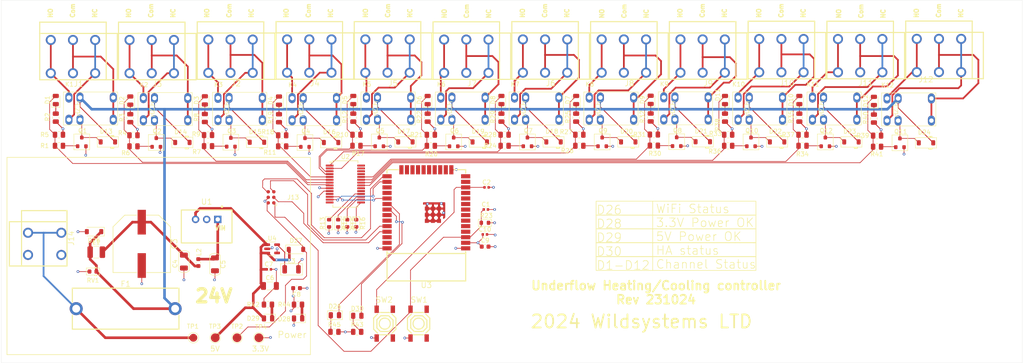
<source format=kicad_pcb>
(kicad_pcb (version 20240108) (generator "pcbnew") (generator_version "8.0")
  (layers (0 "F.Cu" signal) (1 "In1.Cu" signal) (2 "In2.Cu" signal) (31 "B.Cu" signal) (34 "B.Paste" user) (35 "F.Paste" user) (36 "B.SilkS" user "B.Silkscreen") (37 "F.SilkS" user "F.Silkscreen") (38 "B.Mask" user) (39 "F.Mask" user) (44 "Edge.Cuts" user))
  (net 0 "")
  (net 1 "/EN")
  (net 2 "GND")
  (net 3 "/3v3")
  (net 4 "/IO27")
  (net 5 "+5V")
  (net 6 "/IO19")
  (net 7 "Net-(D1-K)")
  (net 8 "Net-(D2-K)")
  (net 9 "/IO18")
  (net 10 "+24V_FUSED")
  (net 11 "/5V_USB")
  (net 12 "Net-(D5-K)")
  (net 13 "Net-(D6-K)")
  (net 14 "/Out1/IN")
  (net 15 "Net-(D7-K)")
  (net 16 "+24V")
  (net 17 "Net-(D9-K)")
  (net 18 "/Out2/IN")
  (net 19 "Net-(D11-K)")
  (net 20 "/Out3/IN")
  (net 21 "/Out4/IN")
  (net 22 "Net-(D14-A)")
  (net 23 "/Out5/IN")
  (net 24 "Net-(D16-A)")
  (net 25 "/Out6/IN")
  (net 26 "Net-(D18-A)")
  (net 27 "/Out7/IN")
  (net 28 "Net-(D20-A)")
  (net 29 "/Out8/IN")
  (net 30 "Net-(D22-A)")
  (net 31 "/Out9/IN")
  (net 32 "Net-(D24-A)")
  (net 33 "/Out10/IN")
  (net 34 "Net-(C3-Pad1)")
  (net 35 "/Out11/IN")
  (net 36 "/Out12/IN")
  (net 37 "/RXD0")
  (net 38 "/BOOT")
  (net 39 "/TXD0")
  (net 40 "/SDA")
  (net 41 "/SCK")
  (net 42 "/Out1/NC")
  (net 43 "/Out1/NO")
  (net 44 "/Out1/COM")
  (net 45 "/Out2/NO")
  (net 46 "/Out2/NC")
  (net 47 "/Out2/COM")
  (net 48 "/Out3/NO")
  (net 49 "/Out3/COM")
  (net 50 "/Out3/NC")
  (net 51 "/Out4/COM")
  (net 52 "/Out4/NO")
  (net 53 "/Out4/NC")
  (net 54 "/Out5/NO")
  (net 55 "/Out5/COM")
  (net 56 "/Out5/NC")
  (net 57 "/Out6/NO")
  (net 58 "/Out6/NC")
  (net 59 "/Out6/COM")
  (net 60 "/Out7/COM")
  (net 61 "/Out7/NO")
  (net 62 "/Out7/NC")
  (net 63 "/Out8/COM")
  (net 64 "/Out8/NO")
  (net 65 "/Out8/NC")
  (net 66 "/Out9/COM")
  (net 67 "/Out9/NO")
  (net 68 "/Out9/NC")
  (net 69 "/Out10/NC")
  (net 70 "/Out10/COM")
  (net 71 "/Out10/NO")
  (net 72 "/Out11/NC")
  (net 73 "/Out11/NO")
  (net 74 "/Out11/COM")
  (net 75 "/Out12/NO")
  (net 76 "/Out12/COM")
  (net 77 "/Out12/NC")
  (net 78 "Net-(Q1-G)")
  (net 79 "Net-(Q2-G)")
  (net 80 "Net-(Q3-G)")
  (net 81 "Net-(Q4-G)")
  (net 82 "Net-(Q5-G)")
  (net 83 "Net-(Q6-G)")
  (net 84 "Net-(Q7-G)")
  (net 85 "Net-(Q8-G)")
  (net 86 "Net-(Q9-G)")
  (net 87 "Net-(Q10-G)")
  (net 88 "Net-(Q11-G)")
  (net 89 "Net-(Q12-G)")
  (net 90 "/IO21")
  (net 91 "/IO22")
  (net 92 "/IO23")
  (net 93 "/IO25")
  (net 94 "/IO26")
  (net 95 "Net-(D13-A)")
  (net 96 "Net-(U1-IN)")
  (net 97 "Net-(D3-K)")
  (net 98 "Net-(D4-K)")
  (net 99 "Net-(D8-K)")
  (net 100 "Net-(D10-K)")
  (net 101 "Net-(D12-K)")
  (net 102 "Net-(D15-A)")
  (net 103 "Net-(D17-A)")
  (net 104 "Net-(D19-A)")
  (net 105 "Net-(D21-A)")
  (net 106 "Net-(D23-A)")
  (net 107 "Net-(D29-K)")
  (net 108 "Net-(D26-K)")
  (net 109 "Net-(D28-K)")
  (net 110 "Net-(D30-K)")
  (net 111 "Net-(U4-SW)")
  (net 112 "Net-(U2-~{RESET})")
  (net 113 "Net-(U2-A2)")
  (net 114 "Net-(U2-A1)")
  (net 115 "Net-(U2-A0)")
  (footprint "Package_TO_SOT_SMD_AKL:SOT-23" (layer "F.Cu") (at 185.639437 70.0625 90)
    (property "Reference" "Q8")
    (property "Value" "2N7002P" (hide yes))
  )
  (footprint "Resistor_SMD:R_0805_2012Metric" (layer "F.Cu") (at 44.229625 70.989)
    (property "Reference" "R1")
    (property "Value" "510R")
  )
  (footprint "My Footprints:Relay_SPDT_QLRELAY_BSC" (layer "F.Cu") (at 73.718625 60.061 -90)
    (property "Reference" "K2")
    (property "Value" "BSC-SS-124L")
  )
  (footprint "Resistor_SMD:R_0805_2012Metric" (layer "F.Cu") (at 94.59725 64.6765 90)
    (property "Reference" "R19")
    (property "Value" "56R")
  )
  (footprint "Resistor_SMD:R_0805_2012Metric" (layer "F.Cu") (at 129.36325 70.999)
    (property "Reference" "R20")
    (property "Value" "510R")
  )
  (footprint "LED_SMD:LED_0805_2012Metric" (layer "F.Cu") (at 77.62575 60.581 90)
    (property "Reference" "D3")
    (property "Value" "KT-0805Y")
  )
  (footprint "Capacitor_SMD:C_0603_1608Metric" (layer "F.Cu") (at 141.784625 94.107)
    (property "Reference" "C9")
    (property "Value" "22uF")
  )
  (footprint "Capacitor_SMD_AKL:C_1206_3216Metric" (layer "F.Cu") (at 79.945625 98.171 -90)
    (property "Reference" "C5")
    (property "Value" "10uF/50V" (hide yes))
  )
  (footprint "LED_SMD:LED_0805_2012Metric" (layer "F.Cu") (at 111.60825 60.5005 90)
    (property "Reference" "D5")
    (property "Value" "KT-0805Y")
  )
  (footprint "Package_SO:SSOP-28_5.3x10.2mm_P0.65mm" (layer "F.Cu") (at 109.793625 79.756)
    (property "Reference" "U2")
    (property "Value" "MCP23017_SS")
  )
  (footprint "Diode_SMD_AKL:D_0805_2012Metric" (layer "F.Cu") (at 107.397728 109.834769)
    (property "Reference" "D26")
    (property "Value" "KT-0805B" (hide yes))
  )
  (footprint "Resistor_SMD:R_0805_2012Metric" (layer "F.Cu") (at 146.24725 70.989)
    (property "Reference" "R24")
    (property "Value" "510R")
  )
  (footprint "Resistor_SMD:R_0805_2012Metric" (layer "F.Cu") (at 92.067125 107.389)
    (property "Reference" "R42")
    (property "Value" "20R")
  )
  (footprint "TestPoint:TestPoint_Pad_D2.0mm" (layer "F.Cu") (at 75 115)
    (property "Reference" "TP1")
    (property "Value" "24V")
  )
  (footprint "Resistor_SMD:R_0805_2012Metric" (layer "F.Cu") (at 163.355625 70.989)
    (property "Reference" "R26")
    (property "Value" "510R")
  )
  (footprint "My Footprints:CONN-TH_3P-P5.08_DIBO_DB142V-5.08-3P" (layer "F.Cu") (at 209.612125 50.33115 180)
    (property "Reference" "J10")
    (property "Value" "WJ126V-5.0-3P")
  )
  (footprint "My Footprints:CONN-TH_3P-P5.08_DIBO_DB142V-5.08-3P" (layer "F.Cu") (at 83.501125 50.45815 180)
    (property "Reference" "J2")
    (property "Value" "WJ126V-5.0-3P")
  )
  (footprint "MountingHole:MountingHole_3.2mm_M3" (layer "F.Cu") (at 260 106.438769)
    (property "Reference" "H4" (hide yes))
    (property "Value" "MountingHole")
  )
  (footprint "LED_SMD:LED_0805_2012Metric" (layer "F.Cu") (at 60.55425 60.6275 90)
    (property "Reference" "D2")
    (property "Value" "KT-0805Y")
  )
  (footprint "My Footprints:CONN-TH_3P-P5.08_DIBO_DB142V-5.08-3P" (layer "F.Cu") (at 101.538625 50.419 180)
    (property "Reference" "J4")
    (property "Value" "WJ126V-5.0-3P")
  )
  (footprint "Package_TO_SOT_SMD_AKL:SOT-23" (layer "F.Cu") (at 202.650437 70.104 90)
    (property "Reference" "Q10")
    (property "Value" "2N7002P" (hide yes))
  )
  (footprint "Package_TO_SOT_SMD_AKL:SOT-23" (layer "F.Cu") (at 117.560437 70.104 90)
    (property "Reference" "Q5")
    (property "Value" "2N7002P" (hide yes))
  )
  (footprint "My Footprints:CONN-TH_3P-P5.08_DIBO_DB142V-5.08-3P" (layer "F.Cu") (at 245.683625 50.292 180)
    (property "Reference" "J12")
    (property "Value" "WJ126V-5.0-3P")
  )
  (footprint "PCM_Diode_SMD_AKL:D_SOD-123" (layer "F.Cu") (at 123.537625 70.104 180)
    (property "Reference" "D17")
    (property "Value" "1N4148W" (hide yes))
  )
  (footprint "My Footprints:Relay_SPDT_QLRELAY_BSC" (layer "F.Cu") (at 243.952125 60.1415 -90)
    (property "Reference" "K12")
    (property "Value" "BSC-SS-124L")
  )
  (footprint "Resistor_SMD:R_0805_2012Metric" (layer "F.Cu") (at 112.33825 68.453 180)
    (property "Reference" "R10")
    (property "Value" "4.7k")
  )
  (footprint "MountingHole:MountingHole_3.2mm_M3" (layer "F.Cu") (at 35.879625 54)
    (property "Reference" "H1" (hide yes))
    (property "Value" "MountingHole")
  )
  (footprint "Resistor_SMD:R_0805_2012Metric" (layer "F.Cu") (at 61.28425 71.116)
    (property "Reference" "R6")
    (property "Value" "510R")
  )
  (footprint "Resistor_SMD:R_0805_2012Metric" (layer "F.Cu") (at 197.42825 68.453 180)
    (property "Reference" "R33")
    (property "Value" "4.7k")
  )
  (footprint "My Footprints:Relay_SPDT_QLRELAY_BSC" (layer "F.Cu") (at 226.880625 59.934 -90)
    (property "Reference" "K11")
    (property "Value" "BSC-SS-124L")
  )
  (footprint "LED_SMD:LED_0805_2012Metric" (layer "F.Cu") (at 230.78775 60.708 90)
    (property "Reference" "D12")
    (property "Value" "KT-0805Y")
  )
  (footprint "Resistor_SMD:R_0805_2012Metric" (layer "F.Cu") (at 107.294228 113.644769)
    (property "Reference" "R45")
    (property "Value" "15R")
  )
  (footprint "PCM_Resistor_SMD_AKL:R_0603_1608Metric" (layer "F.Cu") (at 108.144292 88.7625 -90)
    (property "Reference" "R14")
    (property "Value" "10K" (hide yes))
  )
  (footprint "My Footprints:Relay_SPDT_QLRELAY_BSC" (layer "F.Cu") (at 192.851625 59.8925 -90)
    (property "Reference" "K9")
    (property "Value" "BSC-SS-124L")
  )
  (footprint "Resistor_SMD:R_0805_2012Metric" (layer "F.Cu") (at 179.68725 64.498 90)
    (property "Reference" "R32")
    (property "Value" "56R")
  )
  (footprint "My Footprints:Relay_SPDT_QLRELAY_BSC" (layer "F.Cu") (at 175.79 59.934 -90)
    (property "Reference" "K8")
    (property "Value" "BSC-SS-124L")
  )
  (footprint "Package_TO_SOT_SMD_AKL:SOT-23" (layer "F.Cu") (at 134.585437 70.114 90)
    (property "Reference" "Q6")
    (property "Value" "2N7002P" (hide yes))
  )
  (footprint "Resistor_SMD:R_0805_2012Metric" (layer "F.Cu") (at 180.41725 68.4115 180)
    (property "Reference" "R31")
    (property "Value" "4.7k")
  )
  (footprint "Package_TO_SOT_SMD_AKL:SOT-23" (layer "F.Cu") (at 83.577937 70.1845 90)
    (property "Reference" "Q3")
    (property "Value" "2N7002P" (hide yes))
  )
  (footprint "My Footprints:Relay_SPDT_QLRELAY_BSC" (layer "F.Cu") (at 209.862625 59.934 -90)
    (property "Reference" "K10")
    (property "Value" "BSC-SS-124L")
  )
  (footprint "My Footprints:CONN-TH_3P-P5.08_DIBO_DB142V-5.08-3P" (layer "F.Cu") (at 191.581625 50.419 180)
    (property "Reference" "J9")
    (property "Value" "WJ126V-5.0-3P")
  )
  (footprint "Inductor_SMD:L_1210_3225Metric" (layer "F.Cu") (at 52.767625 95.377)
    (property "Reference" "L1")
    (property "Value" "FHW1210IF820JST")
  )
  (footprint "Resistor_SMD:R_0805_2012Metric" (layer "F.Cu") (at 214.44625 68.453 180)
    (property "Reference" "R37")
    (property "Value" "4.7k")
  )
  (footprint "Resistor_SMD:R_0805_2012Metric" (layer "F.Cu") (at 129.36325 68.463 180)
    (property "Reference" "R21")
    (property "Value" "4.7k")
  )
  (footprint "Diode_SMD:D_SOD-123" (layer "F.Cu") (at 52.260625 90.678 180)
    (property "Reference" "D25")
    (property "Value" "BAT46W")
  )
  (footprint "Package_TO_SOT_SMD_AKL:SOT-23" (layer "F.Cu") (at 168.577812 70.104 90)
    (property "Reference" "Q9")
    (property "Value" "2N7002P" (hide yes))
  )
  (footprint "PCM_Resistor_SMD_AKL:R_0603_1608Metric" (layer "F.Cu") (at 106.069958 88.7625 90)
    (property "Reference" "R13")
    (property "Value" "10K" (hide yes))
  )
  (footprint "PCM_Diode_SMD_AKL:D_SOD-123" (layer "F.Cu") (at 242.717125 70.3115 180)
    (property "Reference" "D24")
    (property "Value" "1N4148W" (hide yes))
  )
  (footprint "Diode_SMD:D_SOD-123" (layer "F.Cu") (at 98.490625 94.742)
    (property "Reference" "D27")
    (property "Value" "1N5819")
  )
  (footprint "My Footprints:SW-SMD_4P-L5.1-W5.1-P3.70-LS6.5-TL-2" (layer "F.Cu") (at 118.810625 111.76 90)
    (property "Reference" "SW2")
    (property "Value" "Clear")
  )
  (footprint "Resistor_SMD:R_0805_2012Metric" (layer "F.Cu") (at 196.69825 64.5395 90)
    (property "Reference" "R38")
    (property "Value" "56R")
  )
  (footprint "PCM_Diode_SMD_AKL:D_SOD-123" (layer "F.Cu") (at 89.555125 70.1845 180)
    (property "Reference" "D15")
    (property "Value" "1N4148W" (hide yes))
  )
  (footprint "PCM_Diode_SMD_AKL:D_SOD-123" (layer "F.Cu") (at 208.627625 70.104 180)
    (property "Reference" "D22")
    (property "Value" "1N4148W" (hide yes))
  )
  (footprint "My Footprints:CONN-TH_3P-P5.08_DIBO_DB142V-5.08-3P" (layer "F.Cu") (at 65.470625 50.546 180)
    (property "Reference" "J3")
    (property "Value" "WJ126V-5.0-3P")
  )
  (footprint "My Footprints:Relay_SPDT_QLRELAY_BSC" (layer "F.Cu") (at 90.790125 60.0145 -90)
    (property "Reference" "K3")
    (property "Value" "BSC-SS-124L")
  )
  (footprint "Ferrite_SMD_AKL:Ferrite_1206_3216Metric" (layer "F.Cu") (at 97.474625 99.314)
    (property "Reference" "L3")
    (property "Value" "2.2uH" (hide yes))
  )
  (footprint "Resistor_SMD:R_0805_2012Metric" (layer "F.Cu") (at 231.51775 68.6605 180)
    (property "Reference" "R39")
    (property "Value" "4.7k")
  )
  (footprint "Capacitor_SMD:C_1206_3216Metric" (layer "F.Cu") (at 92.521625 103.124)
    (property "Reference" "C6")
    (property "Value" "22uF/10V")
  )
  (footprint "PCM_Resistor_SMD_AKL:R_0603_1608Metric" (layer "F.Cu") (at 112.292958 88.7625 -90)
    (property "Reference" "R16")
    (property "Value" "10K" (hide yes))
  )
  (footprint "My Footprints:CONN-TH_3P-P5.08_DIBO_DB142V-5.08-3P" (layer "F.Cu") (at 173.547625 50.419 180)
    (property "Reference" "J8")
    (property "Value" "WJ126V-5.0-3P")
  )
  (footprint "Resistor_SMD:R_0805_2012Metric" (layer "F.Cu") (at 180.41725 70.9475)
    (property "Reference" "R30")
    (property "Value" "510R")
  )
  (footprint "Package_TO_SOT_SMD:TSOT-23-5" (layer "F.Cu") (at 93.029625 94.615)
    (property "Reference" "U4")
    (property "Value" "LM3671MFX-3.3/NOPB")
  )
  (footprint "My Footprints:CAP-SMD_BD12.5-L13.0-W13.0-LS14.4-FD" (layer "F.Cu") (at 63.181625 93.472 -90)
    (property "Reference" "C3")
    (property "Value" "680uF/50V")
  )
  (footprint "My Footprints:Relay_SPDT_QLRELAY_BSC" (layer "F.Cu") (at 124.772625 59.934 -90)
    (property "Reference" "K5")
    (property "Value" "BSC-SS-124L")
  )
  (footprint "My Footprints:CONN-TH_3P-P5.08_DIBO_DB142V-5.08-3P" (layer "F.Cu") (at 47.436625 50.546 180)
    (property "Reference" "J1")
    (property "Value" "WJ126V-5.0-3P")
  )
  (footprint "Resistor_SMD:R_0805_2012Metric" (layer "F.Cu") (at 111.60825 64.5395 90)
    (property "Reference" "R12")
    (property "Value" "56R")
  )
  (footprint "TestPoint:TestPoint_Pad_D2.0mm" (layer "F.Cu") (at 80 115)
    (property "Reference" "TP3")
    (property "Value" "5V")
  )
  (footprint "Resistor_SMD:R_0805_2012Metric" (layer "F.Cu") (at 112.33825 70.989)
    (property "Reference" "R17")
    (property "Value" "510R")
  )
  (footprint "PCM_Diode_SMD_AKL:D_SOD-123" (layer "F.Cu") (at 106.526625 70.241 180)
    (property "Reference" "D16")
    (property "Value" "1N4148W" (hide yes))
  )
  (footprint "Resistor_SMD:R_0805_2012Metric" (layer "F.Cu") (at 163.355625 68.453 180)
    (property "Reference" "R27")
    (property "Value" "4.7k")
  )
  (footprint "Package_TO_SOT_SMD_AKL:SOT-23" (layer "F.Cu") (at 100.549437 70.241 90)
    (property "Reference" "Q4")
    (property "Value" "2N7002P" (hide yes))
  )
  (footprint "Resistor_SMD:R_0805_2012Metric" (layer "F.Cu") (at 78.35575 68.5335 180)
    (property "Reference" "R9")
    (property "Value" "4.7k")
  )
  (footprint "PCM_Resistor_SMD_AKL:R_0603_1608Metric" (layer "F.Cu") (at 110.218625 88.7625 -90)
    (property "Reference" "R15")
    (property "Value" "10K" (hide yes))
  )
  (footprint "PCM_Resistor_SMD_AKL:R_0603_1608Metric" (layer "F.Cu") (at 141.733625 88.646 180)
    (property "Reference" "R23")
    (property "Value" "10K" (hide yes))
  )
  (footprint "LED_SMD:LED_0805_2012Metric" (layer "F.Cu") (at 145.51725 60.5005 90)
    (property "Reference" "D8")
    (property "Value" "KT-0805Y")
  )
  (footprint "LED_SMD:LED_0805_2012Metric" (layer "F.Cu") (at 112.526228 109.961769)
    (property "Reference" "D30")
    (property "Value" "KT-0805G")
  )
  (footprint "Resistor_SMD:R_0805_2012Metric" (layer "F.Cu") (at 95.32725 68.59 180)
    (property "Reference" "R18")
    (property "Value" "4.7k")
  )
  (footprint "Package_TO_SOT_SMD_AKL:SOT-23" (layer "F.Cu") (at 151.469437 70.104 90)
    (property "Reference" "Q7")
    (property "Value" "2N7002P" (hide yes))
  )
  (footprint "My Footprints:WIFI-SMD_ESP32-WROOM-32E-A" (layer "F.Cu") (at 128.335625 85.4975 180)
    (property "Reference" "U3")
    (property "Value" "ESP32-WROOM-32D")
  )
  (footprint "My Footprints:CONN-TH_3P-P5.08_DIBO_DB142V-5.08-3P" (layer "F.Cu") (at 227.646125 50.33115 180)
    (property "Reference" "J11")
    (property "Value" "WJ126V-5.0-3P")
  )
  (footprint "Resistor_SMD:R_0805_2012Metric" (layer "F.Cu") (at 145.51725 64.5395 90)
    (property "Reference" "R29")
    (property "Value" "56R")
  )
  (footprint "My Footprints:Relay_SPDT_QLRELAY_BSC" (layer "F.Cu") (at 56.664 59.934 -90)
    (property "Reference" "K1")
    (property "Value" "BSC-SS-124L")
  )
  (footprint "LED_SMD:LED_0805_2012Metric" (layer "F.Cu") (at 94.59725 60.6375 90)
    (property "Reference" "D4")
    (property "Value" "KT-0805Y")
  )
  (footprint "My Footprints:PWRM-TH_K78XX-500R3" (layer "F.Cu") (at 78.040775 87.8635)
    (property "Reference" "U1")
    (property "Value" "K7805-500R3")
  )
  (footprint "Resistor_SMD:R_0805_2012Metric" (layer "F.Cu") (at 231.51775 71.1965)
    (property "Reference" "R41")
    (property "Value" "510R")
  )
  (footprint "PCM_Diode_SMD_AKL:D_SOD-123" (layer "F.Cu") (at 174.555 70.104 180)
    (property "Reference" "D20")
    (property "Value" "1N4148W" (hide yes))
  )
  (footprint "Resistor_SMD:R_0805_2012Metric" (layer "F.Cu") (at 98.948625 107.389)
    (property "Reference" "R44")
    (property "Value" "20R")
  )
  (footprint "Resistor_SMD:R_0805_2012Metric" (layer "F.Cu") (at 162.625625 64.5395 90)
    (property "Reference" "R25")
    (property "Value" "56R")
  )
  (footprint "LED_SMD:LED_0805_2012Metric" (layer "F.Cu") (at 162.625625 60.5005 90)
    (property "Reference" "D7")
    (property "Value" "KT-0805Y")
  )
  (footprint "PCM_Diode_SMD_AKL:D_SOD-123" (layer "F.Cu") (at 157.446625 70.104 180)
    (property "Reference" "D18")
    (property "Value" "1N4148W" (hide yes))
  )
  (footprint "LED_SMD:LED_0805_2012Metric" (layer "F.Cu") (at 128.63325 60.5105 90)
    (property "Reference" "D6")
    (property "Value" "KT-0805Y")
  )
  (footprint "PCM_Diode_SMD_AKL:D_SOD-123" (layer "F.Cu") (at 55.429 70.104 180)
    (property "Reference" "D13")
    (property "Value" "1N4148W" (hide yes))
  )
  (footprint "LED_SMD:LED_0805_2012Metric" (layer "F.Cu") (at 98.973625 110.564 180)
    (property "Reference" "D28")
    (property "Value" "KT-0805G")
  )
  (footprint "Resistor_SMD:R_0805_2012Metric" (layer "F.Cu") (at 214.44625 70.989)
    (property "Reference" "R34")
    (property "Value" "510R")
  )
  (footprint "My Footprints:CONN-TH_3P-P5.08_DIBO_DB142V-5.08-3P" (layer "F.Cu") (at 137.476125 50.45815 180)
    (property "Reference" "J7")
    (property "Value" "WJ126V-5.0-3P")
  )
  (footprint "Resistor_SMD:R_0805_2012Metric" (layer "F.Cu") (at 60.55425 64.6665 90)
    (property "Reference" "R3")
    (property "Value" "56R")
  )
  (footprint "Resistor_SMD:R_0805_2012Metric" (layer "F.Cu") (at 78.35575 71.0695)
    (property "Reference" "R7")
    (property "Value" "510R")
  )
  (footprint "Resistor_SMD:R_0805_2012Metric" (layer "F.Cu") (at 95.32725 71.126)
    (property "Reference" "R11")
    (property "Value" "510R")
  )
  (footprint "Package_TO_SOT_SMD_AKL:SOT-23" (layer "F.Cu") (at 236.739937 70.3115 90)
    (property "Reference" "Q11")
    (property "Value" "2N7002P" (hide yes))
  )
  (footprint "Package_TO_SOT_SMD_AKL:SOT-23" (layer "F.Cu") (at 49.451812 70.104 90)
    (property "Reference" "Q1")
    (property "Value" "2N7002P" (hide yes))
  )
  (footprint "Capacitor_SMD:C_0402_1005Metric" (layer "F.Cu") (at 142.119625 80.518)
    (property "Reference" "C2")
    (property "Value" "0.1uF")
  )
  (footprint "Capacitor_SMD_AKL:C_1206_3216Metric" (layer "F.Cu") (at 72.833625 97.536 -90)
    (property "Reference" "C4")
    (property "Value" "4.7uF/63V" (hide yes))
  )
  (footprint "Resistor_SMD:R_0805_2012Metric" (layer "F.Cu") (at 112.501228 113.644769)
    (property "Reference" "R43")
    (property "Value" "20R")
  )
  (footprint "MountingHole:MountingHole_3.2mm_M3" (layer "F.Cu") (at 260 54)
    (property "Reference" "H2" (hide yes))
    (property "Value" "MountingHole")
  )
  (footprint "LED_SMD:LED_0805_2012Metric" (layer "F.Cu") (at 196.69825 60.5005 90)
    (property "Reference" "D11")
    (property "Value" "KT-0805Y")
  )
  (footprint "PCM_Diode_SMD_AKL:D_SOD-123" (layer "F.Cu") (at 191.616625 70.0625 180)
    (property "Reference" "D21")
    (property "Value" "1N4148W" (hide yes))
  )
  (footprint "Resistor_SMD:R_0805_2012Metric" (layer "F.Cu") (at 230.78775 64.747 90)
    (property "Reference" "R40")
    (property "Value" "56R")
  )
  (footprint "Package_TO_SOT_SMD_AKL:SOT-23" (layer "F.Cu") (at 66.506437 70.231 90)
    (property "Reference" "Q2")
    (property "Value" "2N7002P" (hide yes))
  )
  (footprint "Resistor_SMD:R_0805_2012Metric" (layer "F.Cu") (at 77.62575 64.62 90)
    (property "Reference" "R8")
    (property "Value" "56R")
  )
  (footprint "Capacitor_SMD:C_0402_1005Metric" (layer "F.Cu") (at 141.952625 85.598)
    (property "Reference" "C1")
    (property "Value" "1uF")
  )
  (footprint "Capacitor_SMD:C_0402_1005Metric" (layer "F.Cu") (at 141.733625 91.313)
    (property "Reference" "C10")
    (property "Value" "0.1uF")
  )
  (footprint "Resistor_SMD:R_0805_2012Metric" (layer "F.Cu") (at 146.24725 68.453 180)
    (property "Reference" "R28")
    (property "Value" "4.7k")
  )
  (footprint "LED_SMD:LED_0805_2012Metric" (layer "F.Cu") (at 213.71625 60.5005 90)
    (property "Reference" "D10")
    (property "Value" "KT-0805Y")
  )
  (footprint "TestPoint:TestPoint_Pad_D2.0mm" (layer "F.Cu") (at 85 115)
    (property "Reference" "TP2")
    (property "Value" "5V_USB")
  )
  (footprint "My Footprints:FUSE-TH_L24.4-W9.4-P22.60" (layer "F.Cu") (at 59.498625 108.331)
    (property "Reference" "F1")
    (property "Value" "Fuse")
  )
  (footprint "My Footprints:Relay_SPDT_QLRELAY_BSC" (layer "F.Cu") (at 141.797625 59.944 -90)
    (property "Reference" "K6")
    (property "Value" "BSC-SS-124L")
  )
  (footprint "My Footprints:CONN-TH_3P-P5.08_DIBO_DB142V-5.08-3P" (layer "F.Cu") (at 119.445625 50.419 180)
    (property "Reference" "J5")
    (property "Value" "WJ126V-5.0-3P")
  )
  (footprint "Resistor_SMD:R_0805_2012Metric" (layer "F.Cu") (at 43.499625 64.5395 90)
    (property "Reference" "R2")
    (property "Value" "56R")
  )
  (footprint "My Footprints:SW-SMD_4P-L5.1-W5.1-P3.70-LS6.5-TL-2" (layer "F.Cu") (at 126.557625 111.76 90)
    (property "Reference" "SW1")
    (property "Value" "Reboot")
  )
  (footprint "Resistor_SMD:R_0805_2012Metric" (layer "F.Cu") (at 61.28425 68.58 180)
    (property "Reference" "R4")
    (property "Value" "4.7k")
  )
  (footprint "Resistor_SMD:R_0805_2012Metric" (layer "F.Cu") (at 213.71625 64.5395 90)
    (property "Reference" "R35")
    (property "Value" "56R")
  )
  (footprint "Resistor_SMD:R_0805_2012Metric" (layer "F.Cu") (at 44.229625 68.453 180)
    (property "Reference" "R5")
    (property "Value" "4.7k")
  )
  (footprint "MountingHole:MountingHole_3.2mm_M3" (layer "F.Cu") (at 39.579728 106.438769)
    (property "Reference" "H3" (hide yes))
    (property "Value" "MountingHole")
  )
  (footprint "My Footprints:Relay_SPDT_QLRELAY_BSC" (layer "F.Cu") (at 107.761625 60.071 -90)
    (property "Reference" "K4")
    (property "Value" "BSC-SS-124L")
  )
  (footprint "Resistor_SMD:R_0805_2012Metric" (layer "F.Cu") (at 128.63325 64.5495 90)
    (property "Reference" "R22")
    (property "Value" "56R")
  )
  (footprint "Inductor_SMD:L_0603_1608Metric" (layer "F.Cu") (at 76.135625 97.7645 90)
    (property "Reference" "L2")
    (property "Value" "22uH")
  )
  (footprint "PCM_Diode_SMD_AKL:D_SOD-123" (layer "F.Cu") (at 140.562625 70.114 180)
    (property "Reference" "D19")
    (property "Value" "1N4148W" (hide yes))
  )
  (footprint "Diode_SMD_AKL:D_0603_1608Metric" (layer "F.Cu") (at 52.005625 99.822 180)
    (property "Reference" "RV1")
    (property "Value" "RL0603E024M250K" (hide yes))
  )
  (footprint "My Footprints:Relay_SPDT_QLRELAY_BSC" (layer "F.Cu") (at 158.681625 59.934 -90)
    (property "Reference" "K7")
    (property "Value" "BSC-SS-124L")
  )
  (footprint "LED_SMD:LED_0805_2012Metric" (layer "F.Cu") (at 43.499625 60.5005 90)
    (property "Reference" "D1")
    (property "Value" "KT-0805Y")
  )
  (footprint "Resistor_SMD:R_0805_2012Metric" (layer "F.Cu") (at 197.42825 70.989)
    (property "Reference" "R36")
    (property "Value" "510R")
  )
  (footprint "TestPoint:TestPoint_Pad_D2.0mm" (layer "F.Cu") (at 90 115)
    (property "Reference" "TP4")
    (property "Value" "3.3V")
  )
  (footprint "PCM_Diode_SMD_AKL:D_SOD-123" (layer "F.Cu") (at 72.483625 70.231 180)
    (property "Reference" "D14")
    (property "Value" "1N4148W" (hide yes))
  )
  (footprint "Capacitor_SMD:C_0402_1005Metric" (layer "F.Cu") (at 92.267625 99.314)
    (property "Reference" "C7")
    (property "Value" "4.7uF/10V")
  )
  (footprint "Connector:Tag-Connect_TC2030-IDC-FP_2x03_P1.27mm_Vertical" (layer "F.Cu") (at 92.775625 82.804 90)
    (property "Reference" "J13")
    (property "Value" "ESP-PROG")
  )
  (footprint "PCM_Diode_SMD_AKL:D_SOD-123" (layer "F.Cu") (at 225.645625 70.104 180)
    (property "Reference" "D23")
    (property "Value" "1N4148W" (hide yes))
  )
  (footprint "Package_TO_SOT_SMD_AKL:SOT-23" (layer "F.Cu") (at 219.668437 70.104 90)
    (property "Reference" "Q12")
    (property "Value" "2N7002P" (hide yes))
  )
  (footprint "LED_SMD:LED_0805_2012Metric" (layer "F.Cu") (at 92.092125 110.564 180)
    (property "Reference" "D29")
    (property "Value" "KT-0805G")
  )
  (footprint "LED_SMD:LED_0805_2012Metric" (layer "F.Cu") (at 179.68725 60.459 90)
    (property "Reference" "D9")
    (property "Value" "KT-0805Y")
  )
  (footprint "Capacitor_SMD:C_0603_1608Metric" (layer "F.Cu") (at 98.617625 103.632 180)
    (property "Reference" "C8")
    (property "Value" "10uF")
  )
  (footprint "My Footprints:CONN-TH_2P-P5.08_DIBO_DB142V-5.08-2P" (layer "F.Cu") (at 40.959625 93.472 -90)
    (property "Reference" "J14")
    (property "Value" "WJ126V-5.0-2P")
  )
  (footprint "My Footprints:CONN-TH_3P-P5.08_DIBO_DB142V-5.08-3P" (layer "F.Cu") (at 155.513625 50.419 180)
    (property "Reference" "J6")
    (property "Value" "WJ126V-5.0-3P")
  )
  (gr_line (start 180.151625 86.868) (end 180.151625 90.043) (stroke (width 0.1524)) (layer "F.SilkS"))
  (gr_rect (start 167.197625 93.218) (end 203.773625 96.393) (stroke (width 0.1524)) (fill none) (layer "F.SilkS"))
  (gr_rect (start 167.197625 96.393) (end 203.773625 99.568) (stroke (width 0.1524)) (fill none) (layer "F.SilkS"))
  (gr_rect (start 167.197625 83.693) (end 203.773625 86.868) (stroke (width 0.1524)) (fill none) (layer "F.SilkS"))
  (gr_line (start 180.151625 90.043) (end 180.151625 93.218) (stroke (width 0.1524)) (layer "F.SilkS"))
  (gr_rect (start 167.197625 86.868) (end 203.773625 90.043) (stroke (width 0.1524)) (fill none) (layer "F.SilkS"))
  (gr_line (start 180.151625 83.693) (end 180.151625 86.868) (stroke (width 0.1524)) (layer "F.SilkS"))
  (gr_rect (start 167.197625 90.043) (end 203.773625 93.218) (stroke (width 0.1524)) (fill none) (layer "F.SilkS"))
  (gr_line (start 180.151625 96.393) (end 180.151625 99.568) (stroke (width 0.1524)) (layer "F.SilkS"))
  (gr_rect (start 32.323625 73.66) (end 101.792625 118.872) (stroke (width 0.1524)) (fill none) (layer "F.SilkS"))
  (gr_line (start 180.151625 93.218) (end 180.151625 96.393) (stroke (width 0.1524)) (layer "F.SilkS"))
  (gr_rect (start 31.053625 37.592) (end 264.733625 120.777) (stroke (width 0.0381)) (fill none) (layer "Edge.Cuts"))
  (gr_text "NC" (at 53.024625 41.783 90) (layer "F.SilkS") (effects (font (size 1 1) (thickness 0.25) (bold yes)) (justify left bottom)))
  (gr_text "D28" (at 167.197625 90.043 0) (layer "F.SilkS") (effects (font (size 2 2) (thickness 0.1524) (bold yes)) (justify left bottom)))
  (gr_text "Com" (at 156.021625 41.783 90) (layer "F.SilkS") (effects (font (size 1 1) (thickness 0.25) (bold yes)) (justify left bottom)))
  (gr_text "NC" (at 106.999625 41.783 90) (layer "F.SilkS") (effects (font (size 1 1) (thickness 0.25) (bold yes)) (justify left bottom)))
  (gr_text "5V Power OK" (at 180.786625 92.964 0) (layer "F.SilkS") (effects (font (size 2 2) (thickness 0.1524) (bold yes)) (justify left bottom)))
  (gr_text "NO" (at 187.009625 41.783 90) (layer "F.SilkS") (effects (font (size 1 1) (thickness 0.25) (bold yes)) (justify left bottom)))
  (gr_text "NC" (at 233.491625 41.91 90) (layer "F.SilkS") (effects (font (size 1 1) (thickness 0.25) (bold yes)) (justify left bottom)))
  (gr_text "Com" (at 174.182625 41.91 90) (layer "F.SilkS") (effects (font (size 1 1) (thickness 0.25) (bold yes)) (justify left bottom)))
  (gr_text "NO" (at 223.331625 41.91 90) (layer "F.SilkS") (effects (font (size 1 1) (thickness 0.25) (bold yes)) (justify left bottom)))
  (gr_text "Channel Status" (at 180.786625 99.314 0) (layer "F.SilkS") (effects (font (size 2 2) (thickness 0.1524) (bold yes)) (justify left bottom)))
  (gr_text "NO" (at 205.043625 41.783 90) (layer "F.SilkS") (effects (font (size 1 1) (thickness 0.25) (bold yes)) (justify left bottom)))
  (gr_text "NO" (at 241.111625 41.783 90) (layer "F.SilkS") (effects (font (size 1 1) (thickness 0.25) (bold yes)) (justify left bottom)))
  (gr_text "24V" (at 79.691625 105.41 0) (layer "F.SilkS") (effects (font (size 3 3) (thickness 0.75) (bold yes))))
  (gr_text "Com" (at 192.089625 41.783 90) (layer "F.SilkS") (effects (font (size 1 1) (thickness 0.25) (bold yes)) (justify left bottom)))
  (gr_text "HA status" (at 180.786625 96.139 0) (layer "F.SilkS") (effects (font (size 2 2) (thickness 0.1524) (bold yes)) (justify left bottom)))
  (gr_text "Underflow Heating/Cooling controller\nRev 231024" (at 180.913625 104.648 0) (layer "F.SilkS") (effects (font (size 2 2) (thickness 0.4) (bold yes))))
  (gr_text "D29" (at 167.197625 93.218 0) (layer "F.SilkS") (effects (font (size 2 2) (thickness 0.1524) (bold yes)) (justify left bottom)))
  (gr_text "5V" (at 79.948625 118.237 0) (layer "F.SilkS") (effects (font (size 1.2 1.2) (thickness 0.1524) (bold yes)) (justify bottom)))
  (gr_text "NC" (at 251.271625 41.783 90) (layer "F.SilkS") (effects (font (size 1 1) (thickness 0.25) (bold yes)) (justify left bottom)))
  (gr_text "3.3V Power OK\n" (at 180.786625 89.789 0) (layer "F.SilkS") (effects (font (size 2 2) (thickness 0.1524) (bold yes)) (justify left bottom)))
  (gr_text "D26\n" (at 167.197625 86.868 0) (layer "F.SilkS") (effects (font (size 2 2) (thickness 0.1524) (bold yes)) (justify left bottom)))
  (gr_text "3.3V" (at 90.362625 118.237 0) (layer "F.SilkS") (effects (font (size 1.2 1.2) (thickness 0.1524) (bold yes)) (justify bottom)))
  (gr_text "Power" (at 94.172625 115.189 0) (layer "F.SilkS") (effects (font (size 1.5 1.5)) (justify left bottom)))
  (gr_text "NO" (at 115.000625 41.783 90) (layer "F.SilkS") (effects (font (size 1 1) (thickness 0.25) (bold yes)) (justify left bottom)))
  (gr_text "Com" (at 83.758625 41.783 90) (layer "F.SilkS") (effects (font (size 1 1) (thickness 0.25) (bold yes)) (justify left bottom)))
  (gr_text "Com" (at 210.123625 41.783 90) (layer "F.SilkS") (effects (font (size 1 1) (thickness 0.25) (bold yes)) (justify left bottom)))
  (gr_text "NO" (at 150.941625 41.783 90) (layer "F.SilkS") (effects (font (size 1 1) (thickness 0.25) (bold yes)) (justify left bottom)))
  (gr_text "Com" (at 101.919625 41.783 90) (layer "F.SilkS") (effects (font (size 1 1) (thickness 0.25) (bold yes)) (justify left bottom)))
  (gr_text "NO" (at 133.034625 41.91 90) (layer "F.SilkS") (effects (font (size 1 1) (thickness 0.25) (bold yes)) (justify left bottom)))
  (gr_text "NC" (at 161.101625 41.783 90) (layer "F.SilkS") (effects (font (size 1 1) (thickness 0.25) (bold yes)) (justify left bottom)))
  (gr_text "NC" (at 197.169625 41.783 90) (layer "F.SilkS") (effects (font (size 1 1) (thickness 0.25) (bold yes)) (justify left bottom)))
  (gr_text "WiFi Status" (at 180.786625 86.614 0) (layer "F.SilkS") (effects (font (size 2 2) (thickness 0.1524) (bold yes)) (justify left bottom)))
  (gr_text "NC" (at 143.194625 41.91 90) (layer "F.SilkS") (effects (font (size 1 1) (thickness 0.25) (bold yes)) (justify left bottom)))
  (gr_text "NC" (at 179.262625 41.91 90) (layer "F.SilkS") (effects (font (size 1 1) (thickness 0.25) (bold yes)) (justify left bottom)))
  (gr_text "Com" (at 246.191625 41.783 90) (layer "F.SilkS") (effects (font (size 1 1) (thickness 0.25) (bold yes)) (justify left bottom)))
  (gr_text "NC" (at 88.838625 41.783 90) (layer "F.SilkS") (effects (font (size 1 1) (thickness 0.25) (bold yes)) (justify left bottom)))
  (gr_text "Com" (at 65.851625 41.783 90) (layer "F.SilkS") (effects (font (size 1 1) (thickness 0.25) (bold yes)) (justify left bottom)))
  (gr_text "NC" (at 70.931625 41.783 90) (layer "F.SilkS") (effects (font (size 1 1) (thickness 0.25) (bold yes)) (justify left bottom)))
  (gr_text "NO" (at 60.771625 41.783 90) (layer "F.SilkS") (effects (font (size 1 1) (thickness 0.25) (bold yes)) (justify left bottom)))
  (gr_text "D1-D12" (at 167.197625 99.568 0) (layer "F.SilkS") (effects (font (size 2 2) (thickness 0.1524) (bold yes)) (justify left bottom)))
  (gr_text "2024 Wildsystems LTD" (at 151.957625 113.03 0) (layer "F.SilkS") (effects (font (size 3 3) (thickness 0.4)) (justify left bottom)))
  (gr_text "NC" (at 125.160625 41.783 90) (layer "F.SilkS") (effects (font (size 1 1) (thickness 0.25) (bold yes)) (justify left bottom)))
  (gr_text "D30" (at 167.197625 96.393 0) (layer "F.SilkS") (effects (font (size 2 2) (thickness 0.1524) (bold yes)) (justify left bottom)))
  (gr_text "NO" (at 42.864625 41.783 90) (layer "F.SilkS") (effects (font (size 1 1) (thickness 0.25) (bold yes)) (justify left bottom)))
  (gr_text "Com" (at 228.411625 41.91 90) (layer "F.SilkS") (effects (font (size 1 1) (thickness 0.25) (bold yes)) (justify left bottom)))
  (gr_text "Com" (at 138.114625 41.91 90) (layer "F.SilkS") (effects (font (size 1 1) (thickness 0.25) (bold yes)) (justify left bottom)))
  (gr_text "NC" (at 215.203625 41.783 90) (layer "F.SilkS") (effects (font (size 1 1) (thickness 0.25) (bold yes)) (justify left bottom)))
  (gr_text "Com" (at 120.080625 41.783 90) (layer "F.SilkS") (effects (font (size 1 1) (thickness 0.25) (bold yes)) (justify left bottom)))
  (gr_text "Com" (at 47.944625 41.783 90) (layer "F.SilkS") (effects (font (size 1 1) (thickness 0.25) (bold yes)) (justify left bottom)))
  (gr_text "NO" (at 78.678625 41.783 90) (layer "F.SilkS") (effects (font (size 1 1) (thickness 0.25) (bold yes)) (justify left bottom)))
  (gr_text "NO" (at 96.839625 41.783 90) (layer "F.SilkS") (effects (font (size 1 1) (thickness 0.25) (bold yes)) (justify left bottom)))
  (gr_text "NO" (at 169.102625 41.91 90) (layer "F.SilkS") (effects (font (size 1 1) (thickness 0.25) (bold yes)) (justify left bottom)))
  (segment (start 138.356625 91.96) (end 140.908625 89.408) (width 0.15) (layer "F.Cu") (net 1))
  (segment (start 103.570625 94.996) (end 103.570625 112.192318) (width 0.15) (layer "F.Cu") (net 1))
  (segment (start 93.664625 87.249) (end 93.791625 87.376) (width 0.15) (layer "F.Cu") (net 1))
  (segment (start 93.664625 84.328) (end 93.664625 87.249) (width 0.15) (layer "F.Cu") (net 1))
  (segment (start 93.410625 84.074) (end 93.664625 84.328) (width 0.15) (layer "F.Cu") (net 1))
  (segment (start 124.707525 109.0381) (end 124.707525 108.46) (width 0.15) (layer "F.Cu") (net 1))
  (segment (start 115.635625 118.11) (end 124.707525 109.0381) (width 0.15) (layer "F.Cu") (net 1))
  (segment (start 137.335625 91.96) (end 132.260625 91.96) (width 0.15) (layer "F.Cu") (net 1))
  (segment (start 103.570625 112.192318) (end 109.488307 118.11) (width 0.15) (layer "F.Cu") (net 1))
  (segment (start 132.260625 91.96) (end 124.707525 99.5131) (width 0.15) (layer "F.Cu") (net 1))
  (segment (start 124.707525 99.5131) (end 124.707525 108.46) (width 0.15) (layer "F.Cu") (net 1))
  (segment (start 140.908625 86.162) (end 140.908625 88.646) (width 0.15) (layer "F.Cu") (net 1))
  (segment (start 141.472625 85.598) (end 140.908625 86.162) (width 0.15) (layer "F.Cu") (net 1))
  (segment (start 95.950625 87.376) (end 103.570625 94.996) (width 0.15) (layer "F.Cu") (net 1))
  (segment (start 137.335625 91.96) (end 138.356625 91.96) (width 0.15) (layer "F.Cu") (net 1))
  (segment (start 93.791625 87.376) (end 95.950625 87.376) (width 0.15) (layer "F.Cu") (net 1))
  (segment (start 140.908625 89.408) (end 140.908625 88.646) (width 0.15) (layer "F.Cu") (net 1))
  (segment (start 109.488307 118.11) (end 115.635625 118.11) (width 0.15) (layer "F.Cu") (net 1))
  (segment (start 111.60825 65.452) (end 113.25075 67.0945) (width 0.2) (layer "F.Cu") (net 2))
  (segment (start 215.35875 67.0945) (end 215.35875 68.453) (width 0.2) (layer "F.Cu") (net 2))
  (segment (start 98.036125 107.389) (end 98.036125 105.6035) (width 0.15) (layer "F.Cu") (net 2))
  (segment (start 92.747625 99.314) (end 93.918625 99.314) (width 0.15) (layer "F.Cu") (net 2))
  (segment (start 130.27575 67.1045) (end 130.27575 68.463) (width 0.2) (layer "F.Cu") (net 2))
  (segment (start 135.078625 94.5) (end 135.066625 94.488) (width 0.15) (layer "F.Cu") (net 2))
  (segment (start 128.63325 65.462) (end 130.27575 67.1045) (width 0.2) (layer "F.Cu") (net 2))
  (segment (start 188.083125 71.0625) (end 188.152625 70.993) (width 0.15) (layer "F.Cu") (net 2))
  (segment (start 124.707525 115.06) (end 123.384625 115.06) (width 0.15) (layer "F.Cu") (net 2))
  (segment (start 142.432625 85.598) (end 143.956625 85.598) (width 0.15) (layer "F.Cu") (net 2))
  (segment (start 222.172625 71.104) (end 222.188625 71.12) (width 0.15) (layer "F.Cu") (net 2))
  (segment (start 169.527812 71.104) (end 170.991625 71.104) (width 0.15) (layer "F.Cu") (net 2))
  (segment (start 91.892125 94.615) (end 92.775625 94.615) (width 0.15) (layer "F.Cu") (net 2))
  (segment (start 63.181625 102.613) (end 63.184625 102.616) (width 0.15) (layer "F.Cu") (net 2))
  (segment (start 143.956625 91.313) (end 144.083625 91.44) (width 0.15) (layer "F.Cu") (net 2))
  (segment (start 196.69825 65.452) (end 198.34075 67.0945) (width 0.2) (layer "F.Cu") (net 2))
  (segment (start 92.775625 94.615) (end 93.029625 94.361) (width 0.15) (layer "F.Cu") (net 2))
  (segment (start 108.206728 113.644769) (end 109.773394 113.644769) (width 0.15) (layer "F.Cu") (net 2))
  (segment (start 101.499437 71.241) (end 101.499437 72.731812) (width 0.15) (layer "F.Cu") (net 2))
  (segment (start 45.142125 67.0945) (end 45.142125 68.453) (width 0.2) (layer "F.Cu") (net 2))
  (segment (start 110.218625 90.888) (end 110.174625 90.932) (width 0.15) (layer "F.Cu") (net 2))
  (segment (start 135.535437 71.114) (end 137.219625 71.114) (width 0.15) (layer "F.Cu") (net 2))
  (segment (start 51.218125 99.822) (end 48.579625 99.822) (width 0.15) (layer "F.Cu") (net 2))
  (segment (start 153.846625 71.104) (end 153.862625 71.12) (width 0.15) (layer "F.Cu") (net 2))
  (segment (start 113.25075 67.0945) (end 113.25075 68.453) (width 0.2) (layer "F.Cu") (net 2))
  (segment (start 112.292958 90.718667) (end 112.206625 90.805) (width 0.15) (layer "F.Cu") (net 2))
  (segment (start 50.610625 90.678) (end 48.579625 90.678) (width 0.15) (layer "F.Cu") (net 2))
  (segment (start 237.689937 71.3115) (end 237.689937 72.890688) (width 0.15) (layer "F.Cu") (net 2))
  (segment (start 112.292958 89.5875) (end 112.292958 90.718667) (width 0.15) (layer "F.Cu") (net 2))
  (segment (start 79.26825 67.175) (end 79.26825 68.5335) (width 0.2) (layer "F.Cu") (net 2))
  (segment (start 98.036125 105.6035) (end 97.842625 105.41) (width 0.15) (layer "F.Cu") (net 2))
  (segment (start 198.34075 67.0945) (end 198.34075 68.453) (width 0.2) (layer "F.Cu") (net 2))
  (segment (start 84.527937 73.017688) (end 84.520625 73.025) (width 0.15) (layer "F.Cu") (net 2))
  (segment (start 142.599625 80.518) (end 143.702625 80.518) (width 0.15) (layer "F.Cu") (net 2))
  (segment (start 109.813856 113.644769) (end 109.793625 113.665) (width 0.15) (layer "F.Cu") (net 2))
  (segment (start 96.23975 67.2315) (end 96.23975 68.59) (width 0.2) (layer "F.Cu") (net 2))
  (segment (start 116.960525 115.06) (end 115.887625 115.06) (width 0.15) (layer "F.Cu") (net 2))
  (segment (start 98.036125 108.1505) (end 97.347625 108.839) (width 0.15) (layer "F.Cu") (net 2))
  (segment (start 220.618437 71.104) (end 222.172625 71.104) (width 0.15) (layer "F.Cu") (net 2))
  (segment (start 110.218625 89.5875) (end 110.218625 90.888) (width 0.15) (layer "F.Cu") (net 2))
  (segment (start 92.140625 82.931) (end 91.378625 83.693) (width 0.15) (layer "F.Cu") (net 2))
  (segment (start 142.559625 94.107) (end 144.083625 94.107) (width 0.15) (layer "F.Cu") (net 2))
  (segment (start 60.55425 65.579) (end 62.19675 67.2215) (width 0.2) (layer "F.Cu") (net 2))
  (segment (start 145.51725 65.452) (end 147.15975 67.0945) (width 0.2) (layer "F.Cu") (net 2))
  (segment (start 72.833625 99.011) (end 72.833625 101.724) (width 0.15) (layer "F.Cu") (net 2))
  (segment (start 79.945625 99.646) (end 79.945625 101.603) (width 0.15) (layer "F.Cu") (net 2))
  (segment (start 142.213625 91.313) (end 143.956625 91.313) (width 0.15) (layer "F.Cu") (net 2))
  (segment (start 237.689937 72.890688) (end 237.682625 72.898) (width 0.15) (layer "F.Cu") (net 2))
  (segment (start 111.588728 113.644769) (end 109.813856 113.644769) (width 0.15) (layer "F.Cu") (net 2))
  (segment (start 203.600437 71.104) (end 205.154625 71.104) (width 0.15) (layer "F.Cu") (net 2))
  (segment (start 120.064625 71.104) (end 120.080625 71.12) (width 0.15) (layer "F.Cu") (net 2))
  (segment (start 137.335625 94.5) (end 135.078625 94.5) (width 0.15) (layer "F.Cu") (net 2))
  (segment (start 135.152625 76.495) (end 135.193625 76.454) (width 0.15) (layer "F.Cu") (net 2))
  (segment (start 67.456437 71.231) (end 67.456437 72.436188) (width 0.15) (layer "F.Cu") (net 2))
  (segment (start 79.945625 101.603) (end 79.821625 101.727) (width 0.15) (layer "F.Cu") (net 2))
  (segment (start 50.401812 71.104) (end 50.401812 73.107813) (width 0.15) (layer "F.Cu") (net 2))
  (segment (start 106.193625 81.381) (end 104.866625 81.381) (width 0.15) (layer "F.Cu") (net 2))
  (segment (start 93.996625 103.124) (end 93.996625 99.392) (width 0.15) (layer "F.Cu") (net 2))
  (segment (start 134.050325 76.495) (end 135.152625 76.495) (width 0.15) (layer "F.Cu") (net 2))
  (segment (start 98.036125 107.389) (end 98.036125 108.1505) (width 0.15) (layer "F.Cu") (net 2))
  (segment (start 213.71625 65.452) (end 215.35875 67.0945) (width 0.2) (layer "F.Cu") (net 2))
  (segment (start 115.887625 115.06) (end 115.762625 114.935) (width 0.15) (layer "F.Cu") (net 2))
  (segment (start 50.401812 73.107813) (end 50.357625 73.152) (width 0.15) (layer "F.Cu") (net 2))
  (segment (start 62.19675 67.2215) (end 62.19675 68.58) (width 0.2) (layer "F.Cu") (net 2))
  (segment (start 108.144292 90.930333) (end 108.142625 90.932) (width 0.15) (layer "F.Cu") (net 2))
  (segment (start 109.773394 113.644769) (end 109.793625 113.665) (width 0.15) (layer "F.Cu") (net 2))
  (segment (start 91.154625 105.966) (end 93.996625 103.124) (width 0.15) (layer "F.Cu") (net 2))
  (segment (start 205.154625 71.104) (end 205.170625 71.12) (width 0.15) (layer "F.Cu") (net 2))
  (segment (start 84.527937 71.1845) (end 84.527937 73.017688) (width 0.15) (layer "F.Cu") (net 2))
  (segment (start 162.625625 65.452) (end 164.268125 67.0945) (width 0.2) (layer "F.Cu") (net 2))
  (segment (start 77.62575 65.5325) (end 79.26825 67.175) (width 0.2) (layer "F.Cu") (net 2))
  (segment (start 179.68725 65.4105) (end 181.32975 67.053) (width 0.2) (layer "F.Cu") (net 2))
  (segment (start 97.842625 103.632) (end 97.842625 105.41) (width 0.15) (layer "F.Cu") (net 2))
  (segment (start 101.499437 72.731812) (end 101.538625 72.771) (width 0.15) (layer "F.Cu") (net 2))
  (segment (start 94.59725 65.589) (end 96.23975 67.2315) (width 0.2) (layer "F.Cu") (net 2))
  (segment (start 72.833625 101.724) (end 72.836625 101.727) (width 0.15) (layer "F.Cu") (net 2))
  (segment (start 181.32975 67.053) (end 181.32975 68.4115) (width 0.2) (layer "F.Cu") (net 2))
  (segment (start 118.510437 71.104) (end 120.064625 71.104) (width 0.15) (layer "F.Cu") (net 2))
  (segment (start 63.181625 98.442) (end 63.181625 102.613) (width 0.15) (layer "F.Cu") (net 2))
  (segment (start 170.991625 71.104) (end 171.007625 71.12) (width 0.15) (layer "F.Cu") (net 2))
  (segment (start 230.78775 65.6595) (end 232.43025 67.302) (width 0.2) (layer "F.Cu") (net 2))
  (segment (start 108.144292 89.5875) (end 108.144292 90.930333) (width 0.15) (layer "F.Cu") (net 2))
  (segment (start 232.43025 67.302) (end 232.43025 68.6605) (width 0.2) (layer "F.Cu") (net 2))
  (segment (start 152.419437 71.104) (end 153.846625 71.104) (width 0.15) (layer "F.Cu") (net 2))
  (segment (start 164.268125 67.0945) (end 164.268125 68.453) (width 0.2) (layer "F.Cu") (net 2))
  (segment (start 67.456437 72.436188) (end 67.375625 72.517) (width 0.15) (layer "F.Cu") (net 2))
  (segment (start 147.15975 67.0945) (end 147.15975 68.453) (width 0.2) (layer "F.Cu") (net 2))
  (segment (start 104.866625 81.381) (end 103.570625 82.677) (width 0.15) (layer "F.Cu") (net 2))
  (segment (start 119.335625 94.5) (end 117.171625 94.5) (width 0.15) (layer "F.Cu") (net 2))
  (segment (start 93.996625 99.392) (end 93.918625 99.314) (width 0.15) (layer "F.Cu") (net 2))
  (segment (start 91.154625 107.389) (end 91.154625 105.966) (width 0.15) (layer "F.Cu") (net 2))
  (segment (start 186.589437 71.0625) (end 188.083125 71.0625) (width 0.15) (layer "F.Cu") (net 2))
  (segment (start 117.171625 94.5) (end 117.159625 94.488) (width 0.15) (layer "F.Cu") (net 2))
  (segment (start 123.384625 115.06) (end 123.382625 115.062) (width 0.15) (layer "F.Cu") (net 2))
  (segment (start 43.499625 65.452) (end 45.142125 67.0945) (width 0.2) (layer "F.Cu") (net 2))
  (segment (start 92.140625 82.804) (end 92.140625 82.931) (width 0.15) (layer "F.Cu") (net 2))
  (segment (start 137.219625 71.114) (end 137.225625 71.12) (width 0.15) (layer "F.Cu") (net 2))
  (via (at 147.15975 67.0945) (size 0.6) (drill 0.3) (layers "F.Cu" "B.Cu") (net 2))
  (via (at 153.862625 71.12) (size 0.6) (drill 0.3) (layers "F.Cu" "B.Cu") (net 2))
  (via (at 45.142125 67.0945) (size 0.6) (drill 0.3) (layers "F.Cu" "B.Cu") (net 2))
  (via (at 62.19675 67.2215) (size 0.6) (drill 0.3) (layers "F.Cu" "B.Cu") (net 2))
  (via (at 84.520625 73.025) (size 0.6) (drill 0.3) (layers "F.Cu" "B.Cu") (net 2))
  (via (at 131.764625 84.201) (size 0.6) (drill 0.3) (layers "F.Cu" "B.Cu") (net 2))
  (via (at 109.793625 113.665) (size 0.6) (drill 0.3) (layers "F.Cu" "B.Cu") (net 2))
  (via (at 93.029625 94.361) (size 0.6) (drill 0.3) (layers "F.Cu" "B.Cu") (net 2))
  (via (at 188.152625 70.993) (size 0.6) (drill 0.3) (layers "F.Cu" "B.Cu") (net 2))
  (via (at 108.142625 90.932) (size 0.6) (drill 0.3) (layers "F.Cu" "B.Cu") (net 2))
  (via (at 144.083625 94.107) (size 0.6) (drill 0.3) (layers "F.Cu" "B.Cu") (net 2))
  (via (at 48.579625 99.822) (size 0.6) (drill 0.3) (layers "F.Cu" "B.Cu") (net 2))
  (via (at 63.184625 102.616) (size 0.6) (drill 0.3) (layers "F.Cu" "B.Cu") (net 2))
  (via (at 48.579625 90.678) (size 0.6) (drill 0.3) (layers "F.Cu" "B.Cu") (net 2))
  (via (at 171.007625 71.12) (size 0.6) (drill 0.3) (layers "F.Cu" "B.Cu") (net 2))
  (via (at 222.188625 71.12) (size 0.6) (drill 0.3) (layers "F.Cu" "B.Cu") (net 2))
  (via (at 96.23975 67.2315) (size 0.6) (drill 0.3) (layers "F.Cu" "B.Cu") (net 2))
  (via (at 50.357625 73.152) (size 0.6) (drill 0.3) (layers "F.Cu" "B.Cu") (net 2))
  (via (at 144.083625 91.44) (size 0.6) (drill 0.3) (layers "F.Cu" "B.Cu") (net 2))
  (via (at 143.702625 80.518) (size 0.6) (drill 0.3) (layers "F.Cu" "B.Cu") (net 2))
  (via (at 67.375625 72.517) (size 0.6) (drill 0.3) (layers "F.Cu" "B.Cu") (net 2))
  (via (at 97.842625 105.41) (size 0.6) (drill 0.3) (layers "F.Cu" "B.Cu") (net 2))
  (via (at 137.225625 71.12) (size 0.6) (drill 0.3) (layers "F.Cu" "B.Cu") (net 2))
  (via (at 112.206625 90.805) (size 0.6) (drill 0.3) (layers "F.Cu" "B.Cu") (net 2))
  (via (at 135.193625 76.454) (size 0.6) (drill 0.3) (layers "F.Cu" "B.Cu") (net 2))
  (via (at 101.538625 72.771) (size 0.6) (drill 0.3) (layers "F.Cu" "B.Cu") (net 2))
  (via (at 237.682625 72.898) (size 0.6) (drill 0.3) (layers "F.Cu" "B.Cu") (net 2))
  (via (at 72.836625 101.727) (size 0.6) (drill 0.3) (layers "F.Cu" "B.Cu") (net 2))
  (via (at 79.821625 101.727) (size 0.6) (drill 0.3) (layers "F.Cu" "B.Cu") (net 2))
  (via (at 97.347625 108.839) (size 0.6) (drill 0.3) (layers "F.Cu" "B.Cu") (net 2))
  (via (at 93.918625 99.314) (size 0.6) (drill 0.3) (layers "F.Cu" "B.Cu") (net 2))
  (via (at 181.32975 67.053) (size 0.6) (drill 0.3) (layers "F.Cu" "B.Cu") (net 2))
  (via (at 130.27575 67.1045) (size 0.6) (drill 0.3) (layers "F.Cu" "B.Cu") (net 2))
  (via (at 128.589625 84.328) (size 0.6) (drill 0.3) (layers "F.Cu" "B.Cu") (net 2))
  (via (at 113.25075 67.0945) (size 0.6) (drill 0.3) (layers "F.Cu" "B.Cu") (net 2))
  (via (at 91.378625 83.693) (size 0.6) (drill 0.3) (layers "F.Cu" "B.Cu") (net 2))
  (via (at 132.272625 86.36) (size 0.6) (drill 0.3) (layers "F.Cu" "B.Cu") (net 2))
  (via (at 110.174625 90.932) (size 0.6) (drill 0.3) (layers "F.Cu" "B.Cu") (net 2))
  (via (at 123.382625 115.062) (size 0.6) (drill 0.3) (layers "F.Cu" "B.Cu") (net 2))
  (via (at 232.43025 67.302) (size 0.6) (drill 0.3) (layers "F.Cu" "B.Cu") (net 2))
  (via (at 205.170625 71.12) (size 0.6) (drill 0.3) (layers "F.Cu" "B.Cu") (net 2))
  (via (at 143.956625 85.598) (size 0.6) (drill 0.3) (layers "F.Cu" "B.Cu") (net 2))
  (via (at 215.35875 67.0945) (size 0.6) (drill 0.3) (layers "F.Cu" "B.Cu") (net 2))
  (via (at 115.762625 114.935) (size 0.6) (drill 0.3) (layers "F.Cu" "B.Cu") (net 2))
  (via (at 198.34075 67.0945) (size 0.6) (drill 0.3) (layers "F.Cu" "B.Cu") (net 2))
  (via (at 164.268125 67.0945) (size 0.6) (drill 0.3) (layers "F.Cu" "B.Cu") (net 2))
  (via (at 117.159625 94.488) (size 0.6) (drill 0.3) (layers "F.Cu" "B.Cu") (net 2))
  (via (at 103.570625 82.677) (size 0.6) (drill 0.3) (layers "F.Cu" "B.Cu") (net 2))
  (via (at 120.080625 71.12) (size 0.6) (drill 0.3) (layers "F.Cu" "B.Cu") (net 2))
  (via (at 135.066625 94.488) (size 0.6) (drill 0.3) (layers "F.Cu" "B.Cu") (net 2))
  (via (at 79.26825 67.175) (size 0.6) (drill 0.3) (layers "F.Cu" "B.Cu") (net 2))
  (segment (start 140.197125 93.2945) (end 141.009625 94.107) (width 0.15) (layer "F.Cu") (net 3))
  (segment (start 106.069958 89.5875) (end 106.069958 90.972667) (width 0.15) (layer "F.Cu") (net 3))
  (segment (start 94.167125 95.565) (end 94.167125 94.6205) (width 0.15) (layer "F.Cu") (net 3))
  (segment (start 92.583625 115) (end 92.648625 114.935) (width 0.15) (layer "F.Cu") (net 3))
  (segment (start 94.167125 94.6205) (end 94.172625 94.615) (width 0.15) (layer "F.Cu") (net 3))
  (segment (start 137.335625 93.23) (end 140.132625 93.23) (width 0.15) (layer "F.Cu") (net 3))
  (segment (start 140.145625 93.217) (end 140.132625 93.23) (width 0.15) (layer "F.Cu") (net 3))
  (segment (start 142.558625 88.646) (end 143.956625 88.646) (width 0.15) (layer "F.Cu") (net 3))
  (segment (start 140.132625 93.23) (end 140.197125 93.2945) (width 0.15) (layer "F.Cu") (net 3))
  (segment (start 99.392625 103.632) (end 101.030625 103.632) (width 0.15) (layer "F.Cu") (net 3))
  (segment (start 90 115) (end 92.583625 115) (width 0.15) (layer "F.Cu") (net 3))
  (segment (start 98.036125 112.0875) (end 97.982625 112.141) (width 0.15) (layer "F.Cu") (net 3))
  (segment (start 141.253625 91.313) (end 141.253625 92.109) (width 0.15) (layer "F.Cu") (net 3))
  (segment (start 104.00315 80.731) (end 103.889942 80.617792) (width 0.15) (layer "F.Cu") (net 3))
  (segment (start 141.253625 92.109) (end 140.145625 93.217) (width 0.15) (layer "F.Cu") (net 3))
  (segment (start 98.036125 110.564) (end 98.036125 112.0875) (width 0.15) (layer "F.Cu") (net 3))
  (segment (start 99.049625 97.866) (end 99.887625 97.028) (width 0.15) (layer "F.Cu") (net 3))
  (segment (start 99.049625 99.314) (end 99.049625 97.866) (width 0.15) (layer "F.Cu") (net 3))
  (segment (start 106.069958 90.972667) (end 105.983625 91.059) (width 0.15) (layer "F.Cu") (net 3))
  (segment (start 106.193625 80.731) (end 104.00315 80.731) (width 0.15) (layer "F.Cu") (net 3))
  (via (at 99.887625 97.028) (size 0.6) (drill 0.3) (layers "F.Cu" "B.Cu") (net 3))
  (via (at 94.172625 94.615) (size 0.6) (drill 0.3) (layers "F.Cu" "B.Cu") (net 3))
  (via (at 97.982625 112.141) (size 0.6) (drill 0.3) (layers "F.Cu" "B.Cu") (net 3))
  (via (at 92.648625 114.935) (size 0.6) (drill 0.3) (layers "F.Cu" "B.Cu") (net 3))
  (via (at 103.889942 80.617792) (size 0.6) (drill 0.3) (layers "F.Cu" "B.Cu") (net 3))
  (via (at 140.145625 93.217) (size 0.6) (drill 0.3) (layers "F.Cu" "B.Cu") (net 3))
  (via (at 101.030625 103.632) (size 0.6) (drill 0.3) (layers "F.Cu" "B.Cu") (net 3))
  (via (at 143.956625 88.646) (size 0.6) (drill 0.3) (layers "F.Cu" "B.Cu") (net 3))
  (via (at 105.983625 91.059) (size 0.6) (drill 0.3) (layers "F.Cu" "B.Cu") (net 3))
  (segment (start 134.685625 81.026) (end 135.181625 80.53) (width 0.15) (layer "F.Cu") (net 4))
  (segment (start 137.335625 80.53) (end 141.531625 80.53) (width 0.15) (layer "F.Cu") (net 4))
  (segment (start 116.960525 103.9581) (end 134.685625 86.233) (width 0.15) (layer "F.Cu") (net 4))
  (segment (start 134.685625 86.233) (end 134.685625 81.026) (width 0.15) (layer "F.Cu") (net 4))
  (segment (start 135.181625 80.53) (end 137.335625 80.53) (width 0.15) (layer "F.Cu") (net 4))
  (segment (start 116.960525 108.46) (end 116.960525 103.9581) (width 0.15) (layer "F.Cu") (net 4))
  (segment (start 75.500775 86.36285) (end 76.519625 85.344) (width 0.6) (layer "F.Cu") (net 5))
  (segment (start 75.500775 87.8635) (end 75.500775 86.36285) (width 0.6) (layer "F.Cu") (net 5))
  (segment (start 90.537625 95.565) (end 91.892125 95.565) (width 0.6) (layer "F.Cu") (net 5))
  (segment (start 86.879 108.121) (end 88.711625 108.121) (width 0.6) (layer "F.Cu") (net 5))
  (segment (start 90.471625 95.631) (end 90.537625 95.565) (width 0.6) (layer "F.Cu") (net 5))
  (segment (start 80 115) (end 86.879 108.121) (width 0.6) (layer "F.Cu") (net 5))
  (segment (start 91.046625 103.124) (end 90.489625 103.124) (width 0.6) (layer "F.Cu") (net 5))
  (segment (start 90.471625 94.252) (end 90.471625 95.631) (width 0.6) (layer "F.Cu") (net 5))
  (segment (start 90.471625 95.631) (end 90.471625 99.441) (width 0.6) (layer "F.Cu") (net 5))
  (segment (start 90.489625 103.124) (end 88.711625 104.902) (width 0.6) (layer "F.Cu") (net 5))
  (segment (start 76.519625 85.344) (end 83.571125 85.344) (width 0.6) (layer "F.Cu") (net 5))
  (segment (start 90.598625 99.314) (end 90.471625 99.441) (width 0.6) (layer "F.Cu") (net 5))
  (segment (start 96.966625 94.868) (end 96.840625 94.742) (width 0.6) (layer "F.Cu") (net 5))
  (segment (start 83.571125 85.344) (end 91.892125 93.665) (width 0.6) (layer "F.Cu") (net 5))
  (segment (start 91.787625 99.314) (end 90.598625 99.314) (width 0.6) (layer "F.Cu") (net 5))
  (segment (start 96.966625 97.155) (end 96.966625 94.868) (width 0.6) (layer "F.Cu") (net 5))
  (segment (start 90.471625 102.549) (end 91.046625 103.124) (width 0.6) (layer "F.Cu") (net 5))
  (segment (start 91.892125 95.565) (end 93.029625 96.7025) (width 0.6) (layer "F.Cu") (net 5))
  (segment (start 90.471625 99.441) (end 90.471625 102.549) (width 0.6) (layer "F.Cu") (net 5))
  (segment (start 88.711625 104.902) (end 88.711625 108.121) (width 0.6) (layer "F.Cu") (net 5))
  (segment (start 91.058625 93.665) (end 90.471625 94.252) (width 0.6) (layer "F.Cu") (net 5))
  (segment (start 91.892125 93.665) (end 91.058625 93.665) (width 0.6) (layer "F.Cu") (net 5))
  (segment (start 88.711625 108.121) (end 91.154625 110.564) (width 0.6) (layer "F.Cu") (net 5))
  (segment (start 93.029625 96.7025) (end 93.482125 97.155) (width 0.6) (layer "F.Cu") (net 5))
  (segment (start 93.482125 97.155) (end 94.045625 97.155) (width 0.6) (layer "F.Cu") (net 5))
  (via (at 94.045625 97.155) (size 0.6) (drill 0.3) (layers "F.Cu" "B.Cu") (net 5))
  (via (at 96.966625 97.155) (size 0.6) (drill 0.3) (layers "F.Cu" "B.Cu") (net 5))
  (segment (start 94.045625 97.155) (end 96.966625 97.155) (width 0.6) (layer "B.Cu") (net 5))
  (segment (start 113.463728 102.692634) (end 122.747625 93.408737) (width 0.15) (layer "F.Cu") (net 6))
  (segment (start 121.477625 87.177) (end 119.910625 85.61) (width 0.15) (layer "F.Cu") (net 6))
  (segment (start 122.747625 88.646) (end 122.874625 88.519) (width 0.15) (layer "F.Cu") (net 6))
  (segment (start 121.477625 88.392) (end 121.477625 87.177) (width 0.15) (layer "F.Cu") (net 6))
  (segment (start 122.747625 93.408737) (end 122.747625 88.646) (width 0.15) (layer "F.Cu") (net 6))
  (segment (start 119.910625 85.61) (end 119.335625 85.61) (width 0.15) (layer "F.Cu") (net 6))
  (segment (start 113.463728 109.961769) (end 113.463728 102.692634) (width 0.15) (layer "F.Cu") (net 6))
  (via (at 121.477625 88.392) (size 0.6) (drill 0.3) (layers "F.Cu" "B.Cu") (net 6))
  (via (at 122.874625 88.519) (size 0.6) (drill 0.3) (layers "F.Cu" "B.Cu") (net 6))
  (segment (start 122.747625 88.392) (end 121.477625 88.392) (width 0.15) (layer "B.Cu") (net 6))
  (segment (start 122.874625 88.519) (end 122.747625 88.392) (width 0.15) (layer "B.Cu") (net 6))
  (segment (start 43.499625 63.627) (end 43.499625 61.438) (width 0.2) (layer "F.Cu") (net 7))
  (segment (start 60.55425 63.754) (end 60.55425 61.565) (width 0.2) (layer "F.Cu") (net 8))
  (segment (start 108.335228 109.834769) (end 108.335228 107.429396) (width 0.15) (layer "F.Cu") (net 9))
  (segment (start 108.335228 107.429396) (end 122.169625 93.594999) (width 0.15) (layer "F.Cu") (net 9))
  (segment (start 122.169625 93.594999) (end 122.169625 86.599) (width 0.15) (layer "F.Cu") (net 9))
  (segment (start 122.169625 86.599) (end 119.910625 84.34) (width 0.15) (layer "F.Cu") (net 9))
  (segment (start 119.910625 84.34) (end 119.335625 84.34) (width 0.15) (layer "F.Cu") (net 9))
  (segment (start 219.260625 62.069) (end 227.295625 70.104) (width 0.2) (layer "F.Cu") (net 10))
  (segment (start 236.332125 60.1415) (end 236.332125 62.2765) (width 0.2) (layer "F.Cu") (net 10))
  (segment (start 61.302125 108.331) (end 52.793125 99.822) (width 0.6) (layer "F.Cu") (net 10))
  (segment (start 219.260625 59.934) (end 219.260625 62.069) (width 0.2) (layer "F.Cu") (net 10))
  (segment (start 151.061625 59.934) (end 151.061625 62.069) (width 0.2) (layer "F.Cu") (net 10))
  (segment (start 151.061625 62.069) (end 159.096625 70.104) (width 0.2) (layer "F.Cu") (net 10))
  (segment (start 66.098625 60.061) (end 66.098625 62.196) (width 0.2) (layer "F.Cu") (net 10))
  (segment (start 117.152625 59.934) (end 117.152625 62.069) (width 0.2) (layer "F.Cu") (net 10))
  (segment (start 51.367625 95.377) (end 51.367625 97.022) (width 0.6) (layer "F.Cu") (net 10))
  (segment (start 134.177625 62.079) (end 142.212625 70.114) (width 0.2) (layer "F.Cu") (net 10))
  (segment (start 185.231625 59.8925) (end 185.231625 62.0275) (width 0.2) (layer "F.Cu") (net 10))
  (segment (start 117.152625 62.069) (end 125.187625 70.104) (width 0.2) (layer "F.Cu") (net 10))
  (segment (start 51.367625 95.377) (end 51.367625 93.221) (width 0.6) (layer "F.Cu") (net 10))
  (segment (start 51.367625 97.022) (end 52.793125 98.4475) (width 0.6) (layer "F.Cu") (net 10))
  (segment (start 185.231625 62.0275) (end 193.266625 70.0625) (width 0.2) (layer "F.Cu") (net 10))
  (segment (start 168.17 59.934) (end 168.17 62.069) (width 0.2) (layer "F.Cu") (net 10))
  (segment (start 49.044 59.934) (end 49.044 62.069) (width 0.2) (layer "F.Cu") (net 10))
  (segment (start 168.17 62.069) (end 176.205 70.104) (width 0.2) (layer "F.Cu") (net 10))
  (segment (start 83.170125 62.1495) (end 91.205125 70.1845) (width 0.2) (layer "F.Cu") (net 10))
  (segment (start 51.367625 93.221) (end 53.910625 90.678) (width 0.6) (layer "F.Cu") (net 10))
  (segment (start 202.242625 62.069) (end 210.277625 70.104) (width 0.2) (layer "F.Cu") (net 10))
  (segment (start 236.332125 62.2765) (end 244.367125 70.3115) (width 0.2) (layer "F.Cu") (net 10))
  (segment (start 66.098625 62.196) (end 74.133625 70.231) (width 0.2) (layer "F.Cu") (net 10))
  (segment (start 70.823525 108.331) (end 61.302125 108.331) (width 0.6) (layer "F.Cu") (net 10))
  (segment (start 134.177625 59.944) (end 134.177625 62.079) (width 0.2) (layer "F.Cu") (net 10))
  (segment (start 49.044 62.069) (end 57.079 70.104) (width 0.2) (layer "F.Cu") (net 10))
  (segment (start 202.242625 59.934) (end 202.242625 62.069) (width 0.2) (layer "F.Cu") (net 10))
  (segment (start 83.170125 60.0145) (end 83.170125 62.1495) (width 0.2) (layer "F.Cu") (net 10))
  (segment (start 52.793125 98.4475) (end 52.793125 99.822) (width 0.6) (layer "F.Cu") (net 10))
  (segment (start 100.141625 60.071) (end 100.141625 62.206) (width 0.2) (layer "F.Cu") (net 10))
  (segment (start 100.141625 62.206) (end 108.176625 70.241) (width 0.2) (layer "F.Cu") (net 10))
  (segment (start 70.823525 108.331) (end 68.391625 105.8991) (width 0.6) (layer "B.Cu") (net 10))
  (segment (start 202.249625 62.611) (end 219.140625 62.611) (width 0.6) (layer "B.Cu") (net 10))
  (segment (start 83.170125 62.5305) (end 83.250625 62.611) (width 0.2) (layer "B.Cu") (net 10))
  (segment (start 202.242625 62.604) (end 202.249625 62.611) (width 0.2) (layer "B.Cu") (net 10))
  (segment (start 51.721 62.611) (end 65.978625 62.611) (width 0.6) (layer "B.Cu") (net 10))
  (segment (start 185.231625 62.357) (end 184.977625 62.611) (width 0.2) (layer "B.Cu") (net 10))
  (segment (start 233.862625 62.611) (end 236.332125 60.1415) (width 0.6) (layer "B.Cu") (net 10))
  (segment (start 219.260625 62.491) (end 219.140625 62.611) (width 0.2) (layer "B.Cu") (net 10))
  (segment (start 151.061625 62.364) (end 150.814625 62.611) (width 0.2) (layer "B.Cu") (net 10))
  (segment (start 83.250625 62.611) (end 100.014625 62.611) (width 0.6) (layer "B.Cu") (net 10))
  (segment (start 66.098625 60.061) (end 66.098625 62.491) (width 0.2) (layer "B.Cu") (net 10))
  (segment (start 117.152625 59.934) (end 117.152625 62.491) (width 0.2) (layer "B.Cu") (net 10))
  (segment (start 219.260625 59.934) (end 219.260625 62.491) (width 0.2) (layer "B.Cu") (net 10))
  (segment (start 219.140625 62.611) (end 233.862625 62.611) (width 0.6) (layer "B.Cu") (net 10))
  (segment (start 83.170125 60.0145) (end 83.170125 62.5305) (width 0.2) (layer "B.Cu") (net 10))
  (segment (start 68.391625 105.8991) (end 68.391625 62.611) (width 0.6) (layer "B.Cu") (net 10))
  (segment (start 202.242625 59.934) (end 202.242625 62.604) (width 0.2) (layer "B.Cu") (net 10))
  (segment (start 184.977625 62.611) (end 202.249625 62.611) (width 0.6) (layer "B.Cu") (net 10))
  (segment (start 134.177625 62.611) (end 150.814625 62.611) (width 0.6) (layer "B.Cu") (net 10))
  (segment (start 49.044 59.934) (end 51.721 62.611) (width 0.6) (layer "B.Cu") (net 10))
  (segment (start 68.391625 62.611) (end 83.250625 62.611) (width 0.6) (layer "B.Cu") (net 10))
  (segment (start 168.17 59.934) (end 168.17 62.400625) (width 0.2) (layer "B.Cu") (net 10))
  (segment (start 134.177625 59.944) (end 134.177625 62.611) (width 0.2) (layer "B.Cu") (net 10))
  (segment (start 150.814625 62.611) (end 167.959625 62.611) (width 0.6) (layer "B.Cu") (net 10))
  (segment (start 167.959625 62.611) (end 184.977625 62.611) (width 0.6) (layer "B.Cu") (net 10))
  (segment (start 66.098625 62.491) (end 65.978625 62.611) (width 0.2) (layer "B.Cu") (net 10))
  (segment (start 117.032625 62.611) (end 134.177625 62.611) (width 0.6) (layer "B.Cu") (net 10))
  (segment (start 100.141625 60.071) (end 100.141625 62.484) (width 0.2) (layer "B.Cu") (net 10))
  (segment (start 100.141625 62.484) (end 100.014625 62.611) (width 0.2) (layer "B.Cu") (net 10))
  (segment (start 151.061625 59.934) (end 151.061625 62.364) (width 0.2) (layer "B.Cu") (net 10))
  (segment (start 185.231625 59.8925) (end 185.231625 62.357) (width 0.2) (layer "B.Cu") (net 10))
  (segment (start 117.152625 62.491) (end 117.032625 62.611) (width 0.2) (layer "B.Cu") (net 10))
  (segment (start 65.978625 62.611) (end 68.391625 62.611) (width 0.6) (layer "B.Cu") (net 10))
  (segment (start 168.17 62.400625) (end 167.959625 62.611) (width 0.2) (layer "B.Cu") (net 10))
  (segment (start 100.014625 62.611) (end 117.032625 62.611) (width 0.6) (layer "B.Cu") (net 10))
  (segment (start 100.903625 100.838) (end 100.903625 95.505) (width 0.15) (layer "F.Cu") (net 11))
  (segment (start 91.886625 84.328) (end 91.886625 85.888) (width 0.15) (layer "F.Cu") (net 11))
  (segment (start 100.140625 94.142) (end 100.140625 94.742) (width 0.15) (layer "F.Cu") (net 11))
  (segment (start 96.077625 108.85314) (end 96.077625 102.997) (width 0.15) (layer "F.Cu") (net 11))
  (segment (start 97.474625 101.6) (end 100.141625 101.6) (width 0.15) (layer "F.Cu") (net 11))
  (segment (start 100.141625 101.6) (end 100.903625 100.838) (width 0.15) (layer "F.Cu") (net 11))
  (segment (start 87.478 112.522) (end 92.408765 112.522) (width 0.15) (layer "F.Cu") (net 11))
  (segment (start 100.903625 95.505) (end 100.140625 94.742) (width 0.15) (layer "F.Cu") (net 11))
  (segment (start 92.140625 84.074) (end 91.886625 84.328) (width 0.15) (layer "F.Cu") (net 11))
  (segment (start 91.886625 85.888) (end 100.140625 94.142) (width 0.15) (layer "F.Cu") (net 11))
  (segment (start 96.077625 102.997) (end 97.474625 101.6) (width 0.15) (layer "F.Cu") (net 11))
  (segment (start 85 115) (end 87.478 112.522) (width 0.15) (layer "F.Cu") (net 11))
  (segment (start 92.408765 112.522) (end 96.077625 108.85314) (width 0.15) (layer "F.Cu") (net 11))
  (segment (start 111.60825 63.627) (end 111.60825 61.438) (width 0.2) (layer "F.Cu") (net 12))
  (segment (start 128.63325 63.637) (end 128.63325 61.448) (width 0.2) (layer "F.Cu") (net 13))
  (segment (start 42.102625 67.2385) (end 43.317125 68.453) (width 0.15) (layer "F.Cu") (net 14))
  (segment (start 106.193625 80.081) (end 106.025417 79.912792) (width 0.15) (layer "F.Cu") (net 14))
  (segment (start 106.025417 79.912792) (end 101.187417 79.912792) (width 0.15) (layer "F.Cu") (net 14))
  (segment (start 101.187417 79.912792) (end 96.331625 75.057) (width 0.15) (layer "F.Cu") (net 14))
  (segment (start 47.385125 75.057) (end 43.317125 70.989) (width 0.15) (layer "F.Cu") (net 14))
  (segment (start 96.331625 75.057) (end 47.385125 75.057) (width 0.15) (layer "F.Cu") (net 14))
  (segment (start 42.102625 60.96) (end 42.102625 67.2385) (width 0.15) (layer "F.Cu") (net 14))
  (segment (start 43.317125 70.989) (end 43.317125 68.453) (width 0.15) (layer "F.Cu") (net 14))
  (segment (start 43.499625 59.563) (end 42.102625 60.96) (width 0.15) (layer "F.Cu") (net 14))
  (segment (start 162.625625 63.627) (end 162.625625 61.438) (width 0.2) (layer "F.Cu") (net 15))
  (segment (start 48.173625 108.331) (end 54.842625 115) (width 0.6) (layer "F.Cu") (net 16))
  (segment (start 54.842625 115) (end 75 115) (width 0.6) (layer "F.Cu") (net 16))
  (segment (start 40.705625 90.932) (end 40.705625 100.863) (width 0.4) (layer "B.Cu") (net 16))
  (segment (start 41.086625 90.932) (end 44.769625 90.932) (width 0.4) (layer "B.Cu") (net 16))
  (segment (start 37.149625 90.932) (end 40.705625 90.932) (width 0.4) (layer "B.Cu") (net 16))
  (segment (start 40.705625 100.863) (end 48.173625 108.331) (width 0.4) (layer "B.Cu") (net 16))
  (segment (start 40.705625 90.932) (end 41.086625 90.932) (width 0.4) (layer "B.Cu") (net 16))
  (segment (start 179.68725 63.5855) (end 179.68725 61.3965) (width 0.2) (layer "F.Cu") (net 17))
  (segment (start 60.37175 71.116) (end 60.37175 68.58) (width 0.15) (layer "F.Cu") (net 18))
  (segment (start 96.446363 74.78) (end 63.33575 74.78) (width 0.15) (layer "F.Cu") (net 18))
  (segment (start 59.15725 67.3655) (end 60.37175 68.58) (width 0.15) (layer "F.Cu") (net 18))
  (segment (start 63.33575 74.78) (end 60.37175 71.816) (width 0.15) (layer "F.Cu") (net 18))
  (segment (start 101.097363 79.431) (end 96.446363 74.78) (width 0.15) (layer "F.Cu") (net 18))
  (segment (start 59.15725 61.087) (end 59.15725 67.3655) (width 0.15) (layer "F.Cu") (net 18))
  (segment (start 60.37175 71.816) (end 60.37175 71.116) (width 0.15) (layer "F.Cu") (net 18))
  (segment (start 106.193625 79.431) (end 101.097363 79.431) (width 0.15) (layer "F.Cu") (net 18))
  (segment (start 60.55425 59.69) (end 59.15725 61.087) (width 0.15) (layer "F.Cu") (net 18))
  (segment (start 196.69825 63.627) (end 196.69825 61.438) (width 0.2) (layer "F.Cu") (net 19))
  (segment (start 76.22875 67.319) (end 77.44325 68.5335) (width 0.15) (layer "F.Cu") (net 20))
  (segment (start 77.44325 71.7695) (end 77.44325 71.0695) (width 0.15) (layer "F.Cu") (net 20))
  (segment (start 76.22875 61.0405) (end 76.22875 67.319) (width 0.15) (layer "F.Cu") (net 20))
  (segment (start 106.193625 78.781) (end 100.839101 78.781) (width 0.15) (layer "F.Cu") (net 20))
  (segment (start 77.62575 59.6435) (end 76.22875 61.0405) (width 0.15) (layer "F.Cu") (net 20))
  (segment (start 100.839101 78.781) (end 96.561101 74.503) (width 0.15) (layer "F.Cu") (net 20))
  (segment (start 96.561101 74.503) (end 80.17675 74.503) (width 0.15) (layer "F.Cu") (net 20))
  (segment (start 77.44325 71.0695) (end 77.44325 68.5335) (width 0.15) (layer "F.Cu") (net 20))
  (segment (start 80.17675 74.503) (end 77.44325 71.7695) (width 0.15) (layer "F.Cu") (net 20))
  (segment (start 101.840101 78.131) (end 94.835101 71.126) (width 0.15) (layer "F.Cu") (net 21))
  (segment (start 93.20025 61.097) (end 93.20025 67.3755) (width 0.15) (layer "F.Cu") (net 21))
  (segment (start 94.835101 71.126) (end 94.41475 71.126) (width 0.15) (layer "F.Cu") (net 21))
  (segment (start 94.41475 71.126) (end 94.41475 68.59) (width 0.15) (layer "F.Cu") (net 21))
  (segment (start 106.193625 78.131) (end 101.840101 78.131) (width 0.15) (layer "F.Cu") (net 21))
  (segment (start 93.20025 67.3755) (end 94.41475 68.59) (width 0.15) (layer "F.Cu") (net 21))
  (segment (start 94.59725 59.7) (end 93.20025 61.097) (width 0.15) (layer "F.Cu") (net 21))
  (segment (start 66.506437 65.548812) (end 66.098625 65.141) (width 0.15) (layer "F.Cu") (net 22))
  (segment (start 66.506437 69.231) (end 66.506437 65.548812) (width 0.15) (layer "F.Cu") (net 22))
  (segment (start 69.833625 69.231) (end 66.506437 69.231) (width 0.15) (layer "F.Cu") (net 22))
  (segment (start 70.833625 70.231) (end 69.833625 69.231) (width 0.15) (layer "F.Cu") (net 22))
  (segment (start 105.487887 71.732) (end 110.68275 71.732) (width 0.15) (layer "F.Cu") (net 23))
  (segment (start 106.193625 77.481) (end 105.168625 77.481) (width 0.15) (layer "F.Cu") (net 23))
  (segment (start 110.21125 60.96) (end 110.21125 67.2385) (width 0.15) (layer "F.Cu") (net 23))
  (segment (start 103.801625 73.418262) (end 105.487887 71.732) (width 0.15) (layer "F.Cu") (net 23))
  (segment (start 103.801625 76.114) (end 103.801625 73.418262) (width 0.15) (layer "F.Cu") (net 23))
  (segment (start 110.68275 71.732) (end 111.42575 70.989) (width 0.15) (layer "F.Cu") (net 23))
  (segment (start 111.42575 70.989) (end 111.42575 68.453) (width 0.15) (layer "F.Cu") (net 23))
  (segment (start 111.60825 59.563) (end 110.21125 60.96) (width 0.15) (layer "F.Cu") (net 23))
  (segment (start 105.168625 77.481) (end 103.801625 76.114) (width 0.15) (layer "F.Cu") (net 23))
  (segment (start 110.21125 67.2385) (end 111.42575 68.453) (width 0.15) (layer "F.Cu") (net 23))
  (segment (start 103.876625 69.241) (end 100.549437 69.241) (width 0.15) (layer "F.Cu") (net 24))
  (segment (start 104.876625 70.241) (end 103.876625 69.241) (width 0.15) (layer "F.Cu") (net 24))
  (segment (start 100.549437 65.558812) (end 100.141625 65.151) (width 0.15) (layer "F.Cu") (net 24))
  (segment (start 100.549437 69.241) (end 100.549437 65.558812) (width 0.15) (layer "F.Cu") (net 24))
  (segment (start 128.45075 70.999) (end 128.45075 68.463) (width 0.15) (layer "F.Cu") (net 25))
  (segment (start 104.078625 75.741) (end 104.078625 73.533) (width 0.15) (layer "F.Cu") (net 25))
  (segment (start 106.193625 76.831) (end 105.168625 76.831) (width 0.15) (layer "F.Cu") (net 25))
  (segment (start 127.23625 67.2485) (end 128.45075 68.463) (width 0.15) (layer "F.Cu") (net 25))
  (segment (start 105.602625 72.009) (end 127.44075 72.009) (width 0.15) (layer "F.Cu") (net 25))
  (segment (start 105.168625 76.831) (end 104.078625 75.741) (width 0.15) (layer "F.Cu") (net 25))
  (segment (start 104.078625 73.533) (end 105.602625 72.009) (width 0.15) (layer "F.Cu") (net 25))
  (segment (start 127.44075 72.009) (end 128.45075 70.999) (width 0.15) (layer "F.Cu") (net 25))
  (segment (start 127.23625 60.97) (end 127.23625 67.2485) (width 0.15) (layer "F.Cu") (net 25))
  (segment (start 128.63325 59.573) (end 127.23625 60.97) (width 0.15) (layer "F.Cu") (net 25))
  (segment (start 155.796625 70.104) (end 154.796625 69.104) (width 0.15) (layer "F.Cu") (net 26))
  (segment (start 154.796625 69.104) (end 151.469437 69.104) (width 0.15) (layer "F.Cu") (net 26))
  (segment (start 151.469437 65.421812) (end 151.061625 65.014) (width 0.15) (layer "F.Cu") (net 26))
  (segment (start 151.469437 69.104) (end 151.469437 65.421812) (width 0.15) (layer "F.Cu") (net 26))
  (segment (start 144.12025 60.96) (end 144.12025 67.2385) (width 0.15) (layer "F.Cu") (net 27))
  (segment (start 144.12025 67.2385) (end 145.33475 68.453) (width 0.15) (layer "F.Cu") (net 27))
  (segment (start 144.65675 72.367) (end 145.33475 71.689) (width 0.15) (layer "F.Cu") (net 27))
  (segment (start 145.33475 70.989) (end 145.33475 68.453) (width 0.15) (layer "F.Cu") (net 27))
  (segment (start 109.357625 72.367) (end 144.65675 72.367) (width 0.15) (layer "F.Cu") (net 27))
  (segment (start 106.193625 75.531) (end 109.357625 72.367) (width 0.15) (layer "F.Cu") (net 27))
  (segment (start 145.51725 59.563) (end 144.12025 60.96) (width 0.15) (layer "F.Cu") (net 27))
  (segment (start 145.33475 71.689) (end 145.33475 70.989) (width 0.15) (layer "F.Cu") (net 27))
  (segment (start 171.905 69.104) (end 168.577812 69.104) (width 0.15) (layer "F.Cu") (net 28))
  (segment (start 168.577812 69.104) (end 168.577812 65.421812) (width 0.15) (layer "F.Cu") (net 28))
  (segment (start 168.577812 65.421812) (end 168.17 65.014) (width 0.15) (layer "F.Cu") (net 28))
  (segment (start 172.905 70.104) (end 171.905 69.104) (width 0.15) (layer "F.Cu") (net 28))
  (segment (start 160.788125 72.644) (end 162.443125 70.989) (width 0.15) (layer "F.Cu") (net 29))
  (segment (start 106.193625 76.181) (end 108.923625 76.181) (width 0.15) (layer "F.Cu") (net 29))
  (segment (start 108.923625 76.181) (end 112.460625 72.644) (width 0.15) (layer "F.Cu") (net 29))
  (segment (start 162.443125 70.989) (end 162.443125 68.453) (width 0.15) (layer "F.Cu") (net 29))
  (segment (start 162.625625 59.563) (end 161.228625 60.96) (width 0.15) (layer "F.Cu") (net 29))
  (segment (start 161.228625 67.2385) (end 162.443125 68.453) (width 0.15) (layer "F.Cu") (net 29))
  (segment (start 112.460625 72.644) (end 160.788125 72.644) (width 0.15) (layer "F.Cu") (net 29))
  (segment (start 161.228625 60.96) (end 161.228625 67.2385) (width 0.15) (layer "F.Cu") (net 29))
  (segment (start 205.977625 69.104) (end 202.650437 69.104) (width 0.15) (layer "F.Cu") (net 30))
  (segment (start 202.650437 69.104) (end 202.650437 65.421812) (width 0.15) (layer "F.Cu") (net 30))
  (segment (start 202.650437 65.421812) (end 202.242625 65.014) (width 0.15) (layer "F.Cu") (net 30))
  (segment (start 206.977625 70.104) (end 205.977625 69.104) (width 0.15) (layer "F.Cu") (net 30))
  (segment (start 113.393625 78.131) (end 116.117625 78.131) (width 0.15) (layer "F.Cu") (net 31))
  (segment (start 179.68725 59.5215) (end 178.29025 60.9185) (width 0.15) (layer "F.Cu") (net 31))
  (segment (start 179.50475 70.9475) (end 179.50475 68.4115) (width 0.15) (layer "F.Cu") (net 31))
  (segment (start 178.29025 67.197) (end 179.50475 68.4115) (width 0.15) (layer "F.Cu") (net 31))
  (segment (start 178.29025 60.9185) (end 178.29025 67.197) (width 0.15) (layer "F.Cu") (net 31))
  (segment (start 120.207625 74.041) (end 176.41125 74.041) (width 0.15) (layer "F.Cu") (net 31))
  (segment (start 176.41125 74.041) (end 179.50475 70.9475) (width 0.15) (layer "F.Cu") (net 31))
  (segment (start 116.117625 78.131) (end 120.207625 74.041) (width 0.15) (layer "F.Cu") (net 31))
  (segment (start 236.739937 69.3115) (end 236.739937 65.629312) (width 0.15) (layer "F.Cu") (net 32))
  (segment (start 241.067125 70.3115) (end 240.067125 69.3115) (width 0.15) (layer "F.Cu") (net 32))
  (segment (start 236.739937 65.629312) (end 236.332125 65.2215) (width 0.15) (layer "F.Cu") (net 32))
  (segment (start 240.067125 69.3115) (end 236.739937 69.3115) (width 0.15) (layer "F.Cu") (net 32))
  (segment (start 196.51575 70.989) (end 196.51575 68.453) (width 0.15) (layer "F.Cu") (net 33))
  (segment (start 193.88675 74.318) (end 196.51575 71.689) (width 0.15) (layer "F.Cu") (net 33))
  (segment (start 195.30125 67.2385) (end 196.51575 68.453) (width 0.15) (layer "F.Cu") (net 33))
  (segment (start 115.859363 78.781) (end 120.322363 74.318) (width 0.15) (layer "F.Cu") (net 33))
  (segment (start 195.30125 60.96) (end 195.30125 67.2385) (width 0.15) (layer "F.Cu") (net 33))
  (segment (start 113.393625 78.781) (end 115.859363 78.781) (width 0.15) (layer "F.Cu") (net 33))
  (segment (start 120.322363 74.318) (end 193.88675 74.318) (width 0.15) (layer "F.Cu") (net 33))
  (segment (start 196.51575 71.689) (end 196.51575 70.989) (width 0.15) (layer "F.Cu") (net 33))
  (segment (start 196.69825 59.563) (end 195.30125 60.96) (width 0.15) (layer "F.Cu") (net 33))
  (segment (start 54.167625 95.377) (end 61.042625 88.502) (width 0.6) (layer "F.Cu") (net 34))
  (segment (start 65.274625 88.502) (end 72.833625 96.061) (width 0.6) (layer "F.Cu") (net 34))
  (segment (start 63.181625 88.502) (end 65.274625 88.502) (width 0.6) (layer "F.Cu") (net 34))
  (segment (start 61.042625 88.502) (end 63.181625 88.502) (width 0.6) (layer "F.Cu") (net 34))
  (segment (start 72.833625 96.061) (end 75.324625 98.552) (width 0.6) (layer "F.Cu") (net 34))
  (segment (start 75.324625 98.552) (end 76.135625 98.552) (width 0.6) (layer "F.Cu") (net 34))
  (segment (start 113.393625 79.431) (end 115.601101 79.431) (width 0.15) (layer "F.Cu") (net 35))
  (segment (start 213.53375 70.989) (end 213.53375 68.453) (width 0.15) (layer "F.Cu") (net 35))
  (segment (start 120.437101 74.595) (end 210.62775 74.595) (width 0.15) (layer "F.Cu") (net 35))
  (segment (start 212.31925 67.2385) (end 213.53375 68.453) (width 0.15) (layer "F.Cu") (net 35))
  (segment (start 213.53375 71.689) (end 213.53375 70.989) (width 0.15) (layer "F.Cu") (net 35))
  (segment (start 213.71625 59.563) (end 212.31925 60.96) (width 0.15) (layer "F.Cu") (net 35))
  (segment (start 115.601101 79.431) (end 120.437101 74.595) (width 0.15) (layer "F.Cu") (net 35))
  (segment (start 210.62775 74.595) (end 213.53375 71.689) (width 0.15) (layer "F.Cu") (net 35))
  (segment (start 212.31925 60.96) (end 212.31925 67.2385) (width 0.15) (layer "F.Cu") (net 35))
  (segment (start 230.60525 71.8965) (end 230.60525 71.1965) (width 0.15) (layer "F.Cu") (net 36))
  (segment (start 227.62975 74.872) (end 230.60525 71.8965) (width 0.15) (layer "F.Cu") (net 36))
  (segment (start 120.551839 74.872) (end 227.62975 74.872) (width 0.15) (layer "F.Cu") (net 36))
  (segment (start 113.393625 80.081) (end 115.342839 80.081) (width 0.15) (layer "F.Cu") (net 36))
  (segment (start 230.60525 71.1965) (end 230.60525 68.6605) (width 0.15) (layer "F.Cu") (net 36))
  (segment (start 229.39075 67.446) (end 230.60525 68.6605) (width 0.15) (layer "F.Cu") (net 36))
  (segment (start 115.342839 80.081) (end 120.551839 74.872) (width 0.15) (layer "F.Cu") (net 36))
  (segment (start 230.78775 59.7705) (end 229.39075 61.1675) (width 0.15) (layer "F.Cu") (net 36))
  (segment (start 229.39075 61.1675) (end 229.39075 67.446) (width 0.15) (layer "F.Cu") (net 36))
  (segment (start 117.655625 89.42) (end 119.335625 89.42) (width 0.15) (layer "F.Cu") (net 37))
  (segment (start 101.157625 89.027) (end 104.713625 92.583) (width 0.15) (layer "F.Cu") (net 37))
  (segment (start 97.982625 78.994) (end 101.157625 82.169) (width 0.15) (layer "F.Cu") (net 37))
  (segment (start 93.410625 81.534) (end 92.648625 80.772) (width 0.15) (layer "F.Cu") (net 37))
  (segment (start 92.648625 80.772) (end 92.648625 78.994) (width 0.15) (layer "F.Cu") (net 37))
  (segment (start 92.648625 78.994) (end 97.982625 78.994) (width 0.15) (layer "F.Cu") (net 37))
  (segment (start 101.157625 82.169) (end 101.157625 89.027) (width 0.15) (layer "F.Cu") (net 37))
  (segment (start 104.713625 92.583) (end 114.492625 92.583) (width 0.15) (layer "F.Cu") (net 37))
  (segment (start 114.492625 92.583) (end 117.655625 89.42) (width 0.15) (layer "F.Cu") (net 37))
  (segment (start 90.870625 80.540736) (end 90.870625 78.994) (width 0.15) (layer "F.Cu") (net 38))
  (segment (start 115.552363 89.999262) (end 115.552363 80.866) (width 0.15) (layer "F.Cu") (net 38))
  (segment (start 98.721625 78.59) (end 102.046625 81.915) (width 0.15) (layer "F.Cu") (net 38))
  (segment (start 102.046625 89.154) (end 104.967625 92.075) (width 0.15) (layer "F.Cu") (net 38))
  (segment (start 92.140625 81.534) (end 91.863889 81.534) (width 0.15) (layer "F.Cu") (net 38))
  (segment (start 91.274625 78.59) (end 98.721625 78.59) (width 0.15) (layer "F.Cu") (net 38))
  (segment (start 113.476625 92.075) (end 115.552363 89.999262) (width 0.15) (layer "F.Cu") (net 38))
  (segment (start 104.967625 92.075) (end 113.476625 92.075) (width 0.15) (layer "F.Cu") (net 38))
  (segment (start 115.552363 80.866) (end 118.428363 77.99) (width 0.15) (layer "F.Cu") (net 38))
  (segment (start 90.870625 78.994) (end 91.274625 78.59) (width 0.15) (layer "F.Cu") (net 38))
  (segment (start 102.046625 81.915) (end 102.046625 89.154) (width 0.15) (layer "F.Cu") (net 38))
  (segment (start 91.863889 81.534) (end 90.870625 80.540736) (width 0.15) (layer "F.Cu") (net 38))
  (segment (start 118.428363 77.99) (end 119.335625 77.99) (width 0.15) (layer "F.Cu") (net 38))
  (segment (start 97.601625 83.82) (end 100.268625 86.487) (width 0.15) (layer "F.Cu") (net 39))
  (segment (start 100.268625 86.487) (end 100.268625 88.773) (width 0.15) (layer "F.Cu") (net 39))
  (segment (start 115.127625 93.218) (end 117.655625 90.69) (width 0.15) (layer "F.Cu") (net 39))
  (segment (start 104.713625 93.218) (end 115.127625 93.218) (width 0.15) (layer "F.Cu") (net 39))
  (segment (start 94.426625 83.82) (end 97.601625 83.82) (width 0.15) (layer "F.Cu") (net 39))
  (segment (start 117.655625 90.69) (end 119.335625 90.69) (width 0.15) (layer "F.Cu") (net 39))
  (segment (start 93.410625 82.804) (end 94.426625 83.82) (width 0.15) (layer "F.Cu") (net 39))
  (segment (start 100.268625 88.773) (end 104.713625 93.218) (width 0.15) (layer "F.Cu") (net 39))
  (segment (start 119.335625 79.26) (end 117.655625 79.26) (width 0.15) (layer "F.Cu") (net 40))
  (segment (start 116.143625 80.772) (end 116.143625 82.55) (width 0.15) (layer "F.Cu") (net 40))
  (segment (start 107.907625 83.331) (end 108.015625 83.439) (width 0.15) (layer "F.Cu") (net 40))
  (segment (start 117.655625 79.26) (end 116.143625 80.772) (width 0.15) (layer "F.Cu") (net 40))
  (segment (start 106.193625 83.331) (end 107.907625 83.331) (width 0.15) (layer "F.Cu") (net 40))
  (via (at 108.015625 83.439) (size 0.6) (drill 0.3) (layers "F.Cu" "B.Cu") (net 40))
  (via (at 116.143625 82.55) (size 0.6) (drill 0.3) (layers "F.Cu" "B.Cu") (net 40))
  (segment (start 116.143625 82.55) (end 108.904625 82.55) (width 0.15) (layer "B.Cu") (net 40))
  (segment (start 108.904625 82.55) (end 108.015625 83.439) (width 0.15) (layer "B.Cu") (net 40))
  (segment (start 109.158625 83.439) (end 108.400625 82.681) (width 0.15) (layer "F.Cu") (net 41))
  (segment (start 116.766625 83.07) (end 116.397625 83.439) (width 0.15) (layer "F.Cu") (net 41))
  (segment (start 108.400625 82.681) (end 106.193625 82.681) (width 0.15) (layer "F.Cu") (net 41))
  (segment (start 116.397625 83.439) (end 116.270625 83.439) (width 0.15) (layer "F.Cu") (net 41))
  (segment (start 119.335625 83.07) (end 116.766625 83.07) (width 0.15) (layer "F.Cu") (net 41))
  (via (at 109.158625 83.439) (size 0.6) (drill 0.3) (layers "F.Cu" "B.Cu") (net 41))
  (via (at 116.270625 83.439) (size 0.6) (drill 0.3) (layers "F.Cu" "B.Cu") (net 41))
  (segment (start 116.270625 83.439) (end 109.158625 83.439) (width 0.15) (layer "B.Cu") (net 41))
  (segment (start 47.704 63.814) (end 47.704 59.168625) (width 0.4) (layer "F.Cu") (net 42))
  (segment (start 47.704 59.168625) (end 52.516625 54.356) (width 0.4) (layer "F.Cu") (net 42))
  (segment (start 46.504 65.014) (end 47.704 63.814) (width 0.4) (layer "F.Cu") (net 42))
  (segment (start 52.516625 54.356) (end 52.516625 46.736) (width 0.4) (layer "B.Cu") (net 42))
  (segment (start 42.356625 54.356) (end 42.356625 46.736) (width 0.4) (layer "F.Cu") (net 43))
  (segment (start 46.504 59.934) (end 46.504 58.503375) (width 0.4) (layer "F.Cu") (net 43))
  (segment (start 46.504 58.503375) (end 42.356625 54.356) (width 0.4) (layer "F.Cu") (net 43))
  (segment (start 56.664 53.423375) (end 53.786625 50.546) (width 0.4) (layer "F.Cu") (net 44))
  (segment (start 47.436625 46.736) (end 47.436625 54.356) (width 0.4) (layer "F.Cu") (net 44))
  (segment (start 53.786625 50.546) (end 47.436625 50.546) (width 0.4) (layer "F.Cu") (net 44))
  (segment (start 56.664 59.934) (end 56.664 65.014) (width 0.4) (layer "F.Cu") (net 44))
  (segment (start 56.664 59.934) (end 56.664 53.423375) (width 0.4) (layer "F.Cu") (net 44))
  (segment (start 63.558625 60.061) (end 63.558625 57.524) (width 0.4) (layer "F.Cu") (net 45))
  (segment (start 60.390625 54.356) (end 60.390625 46.736) (width 0.4) (layer "F.Cu") (net 45))
  (segment (start 63.558625 57.524) (end 60.390625 54.356) (width 0.4) (layer "F.Cu") (net 45))
  (segment (start 64.758625 63.941) (end 64.758625 58.624) (width 0.4) (layer "F.Cu") (net 46))
  (segment (start 69.026625 54.356) (end 70.550625 54.356) (width 0.4) (layer "F.Cu") (net 46))
  (segment (start 64.758625 58.624) (end 69.026625 54.356) (width 0.4) (layer "F.Cu") (net 46))
  (segment (start 63.558625 65.141) (end 64.758625 63.941) (width 0.4) (layer "F.Cu") (net 46))
  (segment (start 70.550625 54.356) (end 70.550625 46.736) (width 0.4) (layer "B.Cu") (net 46))
  (segment (start 71.185625 50.292) (end 65.470625 50.292) (width 0.4) (layer "F.Cu") (net 47))
  (segment (start 65.470625 50.292) (end 65.470625 54.356) (width 0.4) (layer "F.Cu") (net 47))
  (segment (start 65.470625 46.736) (end 65.470625 50.292) (width 0.4) (layer "F.Cu") (net 47))
  (segment (start 73.718625 65.141) (end 73.718625 60.061) (width 0.4) (layer "F.Cu") (net 47))
  (segment (start 73.718625 60.061) (end 73.718625 52.825) (width 0.4) (layer "F.Cu") (net 47))
  (segment (start 73.718625 52.825) (end 71.185625 50.292) (width 0.4) (layer "F.Cu") (net 47))
  (segment (start 80.630125 56.47715) (end 78.421125 54.26815) (width 0.4) (layer "F.Cu") (net 48))
  (segment (start 78.421125 54.26815) (end 78.421125 46.64815) (width 0.4) (layer "F.Cu") (net 48))
  (segment (start 80.630125 60.0145) (end 80.630125 56.47715) (width 0.4) (layer "F.Cu") (net 48))
  (segment (start 90.790125 60.0145) (end 90.790125 51.9895) (width 0.4) (layer "F.Cu") (net 49))
  (segment (start 90.790125 65.0945) (end 90.790125 60.0145) (width 0.4) (layer "F.Cu") (net 49))
  (segment (start 83.501125 54.26815) (end 83.501125 46.64815) (width 0.4) (layer "F.Cu") (net 49))
  (segment (start 88.965625 50.165) (end 83.504625 50.165) (width 0.4) (layer "F.Cu") (net 49))
  (segment (start 90.790125 51.9895) (end 88.965625 50.165) (width 0.4) (layer "F.Cu") (net 49))
  (segment (start 80.630125 65.0945) (end 81.970125 63.7545) (width 0.4) (layer "F.Cu") (net 50))
  (segment (start 81.970125 63.7545) (end 81.970125 59.167444) (width 0.4) (layer "F.Cu") (net 50))
  (segment (start 86.869419 54.26815) (end 88.581125 54.26815) (width 0.4) (layer "F.Cu") (net 50))
  (segment (start 81.970125 59.167444) (end 86.869419 54.26815) (width 0.4) (layer "F.Cu") (net 50))
  (segment (start 88.581125 46.64815) (end 88.581125 54.26815) (width 0.4) (layer "B.Cu") (net 50))
  (segment (start 107.761625 65.151) (end 107.761625 60.071) (width 0.4) (layer "F.Cu") (net 51))
  (segment (start 101.538625 50.292) (end 101.538625 46.609) (width 0.4) (layer "F.Cu") (net 51))
  (segment (start 108.904625 52.324) (end 106.872625 50.292) (width 0.4) (layer "F.Cu") (net 51))
  (segment (start 107.761625 60.071) (end 108.904625 58.928) (width 0.4) (layer "F.Cu") (net 51))
  (segment (start 106.872625 50.292) (end 101.538625 50.292) (width 0.4) (layer "F.Cu") (net 51))
  (segment (start 108.904625 58.928) (end 108.904625 52.324) (width 0.4) (layer "F.Cu") (net 51))
  (segment (start 101.538625 54.229) (end 101.538625 50.292) (width 0.4) (layer "F.Cu") (net 51))
  (segment (start 97.601625 60.071) (end 97.601625 55.372) (width 0.4) (layer "F.Cu") (net 52))
  (segment (start 96.458625 54.229) (end 96.458625 46.609) (width 0.4) (layer "F.Cu") (net 52))
  (segment (start 97.601625 55.372) (end 96.458625 54.229) (width 0.4) (layer "F.Cu") (net 52))
  (segment (start 98.941625 63.811) (end 98.941625 59.223944) (width 0.4) (layer "F.Cu") (net 53))
  (segment (start 97.601625 65.151) (end 98.941625 63.811) (width 0.4) (layer "F.Cu") (net 53))
  (segment (start 98.941625 59.223944) (end 103.936569 54.229) (width 0.4) (layer "F.Cu") (net 53))
  (segment (start 103.936569 54.229) (end 106.618625 54.229) (width 0.4) (layer "F.Cu") (net 53))
  (segment (start 106.618625 46.609) (end 106.618625 54.229) (width 0.4) (layer "B.Cu") (net 53))
  (segment (start 114.612625 59.934) (end 114.612625 54.476) (width 0.4) (layer "F.Cu") (net 54))
  (segment (start 114.612625 54.476) (end 114.365625 54.229) (width 0.4) (layer "F.Cu") (net 54))
  (segment (start 114.365625 46.609) (end 114.365625 54.229) (width 0.4) (layer "F.Cu") (net 54))
  (segment (start 125.668625 50.292) (end 119.445625 50.292) (width 0.4) (layer "F.Cu") (net 55))
  (segment (start 119.445625 50.292) (end 119.445625 54.229) (width 0.4) (layer "F.Cu") (net 55))
  (segment (start 127.192625 51.816) (end 125.668625 50.292) (width 0.4) (layer "F.Cu") (net 55))
  (segment (start 124.772625 59.934) (end 124.772625 57.284) (width 0.4) (layer "F.Cu") (net 55))
  (segment (start 127.192625 54.864) (end 127.192625 51.816) (width 0.4) (layer "F.Cu") (net 55))
  (segment (start 124.772625 57.284) (end 127.192625 54.864) (width 0.4) (layer "F.Cu") (net 55))
  (segment (start 119.445625 46.609) (end 119.445625 50.292) (width 0.4) (layer "F.Cu") (net 55))
  (segment (start 124.772625 65.014) (end 124.772625 59.934) (width 0.4) (layer "F.Cu") (net 55))
  (segment (start 114.612625 65.014) (end 115.889625 63.737) (width 0.4) (layer "F.Cu") (net 56))
  (segment (start 117.381569 57.658) (end 121.096625 57.658) (width 0.4) (layer "F.Cu") (net 56))
  (segment (start 115.889625 59.149944) (end 117.381569 57.658) (width 0.4) (layer "F.Cu") (net 56))
  (segment (start 121.096625 57.658) (end 124.525625 54.229) (width 0.4) (layer "F.Cu") (net 56))
  (segment (start 115.889625 63.737) (end 115.889625 59.149944) (width 0.4) (layer "F.Cu") (net 56))
  (segment (start 124.525625 46.609) (end 124.525625 54.229) (width 0.4) (layer "B.Cu") (net 56))
  (segment (start 131.637625 59.944) (end 131.637625 55.02665) (width 0.4) (layer "F.Cu") (net 57))
  (segment (start 131.637625 55.02665) (end 132.396125 54.26815) (width 0.4) (layer "F.Cu") (net 57))
  (segment (start 132.396125 54.26815) (end 132.396125 46.64815) (width 0.4) (layer "F.Cu") (net 57))
  (segment (start 133.542625 57.785) (end 139.039275 57.785) (width 0.4) (layer "F.Cu") (net 58))
  (segment (start 132.837625 58.49) (end 133.542625 57.785) (width 0.4) (layer "F.Cu") (net 58))
  (segment (start 131.637625 65.024) (end 132.837625 63.824) (width 0.4) (layer "F.Cu") (net 58))
  (segment (start 132.837625 63.824) (end 132.837625 58.49) (width 0.4) (layer "F.Cu") (net 58))
  (segment (start 139.039275 57.785) (end 142.556125 54.26815) (width 0.4) (layer "F.Cu") (net 58))
  (segment (start 142.556125 46.64815) (end 142.556125 54.26815) (width 0.4) (layer "B.Cu") (net 58))
  (segment (start 144.845625 56.896) (end 144.845625 51.816) (width 0.4) (layer "F.Cu") (net 59))
  (segment (start 141.797625 59.944) (end 144.845625 56.896) (width 0.4) (layer "F.Cu") (net 59))
  (segment (start 144.845625 51.816) (end 143.448625 50.419) (width 0.4) (layer "F.Cu") (net 59))
  (segment (start 137.476125 50.419) (end 137.476125 54.26815) (width 0.4) (layer "F.Cu") (net 59))
  (segment (start 143.448625 50.419) (end 137.476125 50.419) (width 0.4) (layer "F.Cu") (net 59))
  (segment (start 137.476125 46.64815) (end 137.476125 50.419) (width 0.4) (layer "F.Cu") (net 59))
  (segment (start 141.797625 65.024) (end 141.797625 59.944) (width 0.4) (layer "F.Cu") (net 59))
  (segment (start 158.681625 59.934) (end 163.260625 55.355) (width 0.4) (layer "F.Cu") (net 60))
  (segment (start 155.513625 46.609) (end 155.513625 50.165) (width 0.4) (layer "F.Cu") (net 60))
  (segment (start 155.513625 50.165) (end 155.513625 54.229) (width 0.4) (layer "F.Cu") (net 60))
  (segment (start 163.260625 51.308) (end 162.117625 50.165) (width 0.4) (layer "F.Cu") (net 60))
  (segment (start 163.260625 55.355) (end 163.260625 51.308) (width 0.4) (layer "F.Cu") (net 60))
  (segment (start 162.117625 50.165) (end 155.513625 50.165) (width 0.4) (layer "F.Cu") (net 60))
  (segment (start 158.681625 65.014) (end 158.681625 59.934) (width 0.4) (layer "F.Cu") (net 60))
  (segment (start 150.433625 46.609) (end 150.433625 54.229) (width 0.4) (layer "F.Cu") (net 61))
  (segment (start 148.521625 56.141) (end 148.521625 59.934) (width 0.4) (layer "F.Cu") (net 61))
  (segment (start 150.433625 54.229) (end 148.521625 56.141) (width 0.4) (layer "F.Cu") (net 61))
  (segment (start 149.798625 59.149944) (end 151.036569 57.912) (width 0.4) (layer "F.Cu") (net 62))
  (segment (start 149.798625 63.737) (end 149.798625 59.149944) (width 0.4) (layer "F.Cu") (net 62))
  (segment (start 156.910625 57.912) (end 160.593625 54.229) (width 0.4) (layer "F.Cu") (net 62))
  (segment (start 151.036569 57.912) (end 156.910625 57.912) (width 0.4) (layer "F.Cu") (net 62))
  (segment (start 148.521625 65.014) (end 149.798625 63.737) (width 0.4) (layer "F.Cu") (net 62))
  (segment (start 160.593625 46.609) (end 160.593625 54.229) (width 0.4) (layer "B.Cu") (net 62))
  (segment (start 182.056625 54.61) (end 182.056625 51.562) (width 0.4) (layer "F.Cu") (net 63))
  (segment (start 173.547625 46.609) (end 173.547625 50.292) (width 0.4) (layer "F.Cu") (net 63))
  (segment (start 175.79 65.014) (end 175.79 59.934) (width 0.4) (layer "F.Cu") (net 63))
  (segment (start 180.786625 50.292) (end 173.547625 50.292) (width 0.4) (layer "F.Cu") (net 63))
  (segment (start 173.547625 50.292) (end 173.547625 54.229) (width 0.4) (layer "F.Cu") (net 63))
  (segment (start 182.056625 51.562) (end 180.786625 50.292) (width 0.4) (layer "F.Cu") (net 63))
  (segment (start 176.732625 59.934) (end 182.056625 54.61) (width 0.4) (layer "F.Cu") (net 63))
  (segment (start 175.79 59.934) (end 176.732625 59.934) (width 0.4) (layer "F.Cu") (net 63))
  (segment (start 165.63 59.934) (end 165.63 57.066625) (width 0.4) (layer "F.Cu") (net 64))
  (segment (start 168.467625 46.609) (end 168.467625 54.229) (width 0.4) (layer "F.Cu") (net 64))
  (segment (start 165.63 57.066625) (end 168.467625 54.229) (width 0.4) (layer "F.Cu") (net 64))
  (segment (start 166.83 59.226944) (end 167.763944 58.293) (width 0.4) (layer "F.Cu") (net 65))
  (segment (start 174.563625 58.293) (end 178.627625 54.229) (width 0.4) (layer "F.Cu") (net 65))
  (segment (start 165.63 65.014) (end 166.83 63.814) (width 0.4) (layer "F.Cu") (net 65))
  (segment (start 167.763944 58.293) (end 174.563625 58.293) (width 0.4) (layer "F.Cu") (net 65))
  (segment (start 166.83 63.814) (end 166.83 59.226944) (width 0.4) (layer "F.Cu") (net 65))
  (segment (start 178.627625 46.609) (end 178.627625 54.229) (width 0.4) (layer "B.Cu") (net 65))
  (segment (start 196.407625 56.515) (end 197.677625 56.515) (width 0.4) (layer "F.Cu") (net 66))
  (segment (start 197.677625 56.515) (end 199.201625 54.991) (width 0.4) (layer "F.Cu") (net 66))
  (segment (start 193.030125 59.8925) (end 196.407625 56.515) (width 0.4) (layer "F.Cu") (net 66))
  (segment (start 197.804625 50.673) (end 191.581625 50.673) (width 0.4) (layer "F.Cu") (net 66))
  (segment (start 192.851625 64.9725) (end 192.851625 59.8925) (width 0.4) (layer "F.Cu") (net 66))
  (segment (start 199.201625 54.991) (end 199.201625 52.07) (width 0.4) (layer "F.Cu") (net 66))
  (segment (start 192.851625 59.8925) (end 193.030125 59.8925) (width 0.4) (layer "F.Cu") (net 66))
  (segment (start 191.581625 46.609) (end 191.581625 50.673) (width 0.4) (layer "F.Cu") (net 66))
  (segment (start 191.581625 50.673) (end 191.581625 54.229) (width 0.4) (layer "F.Cu") (net 66))
  (segment (start 199.201625 52.07) (end 197.804625 50.673) (width 0.4) (layer "F.Cu") (net 66))
  (segment (start 182.691625 58.039) (end 186.501625 54.229) (width 0.4) (layer "F.Cu") (net 67))
  (segment (start 182.691625 59.8925) (end 182.691625 58.039) (width 0.4) (layer "F.Cu") (net 67))
  (segment (start 186.501625 46.609) (end 186.501625 54.229) (width 0.4) (layer "F.Cu") (net 67))
  (segment (start 183.961625 63.7025) (end 183.961625 59.115444) (width 0.4) (layer "F.Cu") (net 68))
  (segment (start 182.691625 64.9725) (end 183.961625 63.7025) (width 0.4) (layer "F.Cu") (net 68))
  (segment (start 183.961625 59.115444) (end 185.419069 57.658) (width 0.4) (layer "F.Cu") (net 68))
  (segment (start 193.232625 57.658) (end 196.661625 54.229) (width 0.4) (layer "F.Cu") (net 68))
  (segment (start 185.419069 57.658) (end 193.232625 57.658) (width 0.4) (layer "F.Cu") (net 68))
  (segment (start 196.661625 46.609) (end 196.661625 54.229) (width 0.4) (layer "B.Cu") (net 68))
  (segment (start 202.725569 57.404) (end 211.429275 57.404) (width 0.4) (layer "F.Cu") (net 69))
  (segment (start 200.979625 59.149944) (end 202.725569 57.404) (width 0.4) (layer "F.Cu") (net 69))
  (segment (start 199.702625 65.014) (end 200.979625 63.737) (width 0.4) (layer "F.Cu") (net 69))
  (segment (start 211.429275 57.404) (end 214.692125 54.14115) (width 0.4) (layer "F.Cu") (net 69))
  (segment (start 200.979625 63.737) (end 200.979625 59.149944) (width 0.4) (layer "F.Cu") (net 69))
  (segment (start 214.692125 46.52115) (end 214.692125 54.14115) (width 0.4) (layer "B.Cu") (net 69))
  (segment (start 217.108625 51.054) (end 216.092625 50.038) (width 0.4) (layer "F.Cu") (net 70))
  (segment (start 209.862625 65.014) (end 209.862625 59.934) (width 0.4) (layer "F.Cu") (net 70))
  (segment (start 209.612125 46.52115) (end 209.612125 50.038) (width 0.4) (layer "F.Cu") (net 70))
  (segment (start 215.203625 57.023) (end 217.108625 55.118) (width 0.4) (layer "F.Cu") (net 70))
  (segment (start 209.862625 59.934) (end 212.773625 57.023) (width 0.4) (layer "F.Cu") (net 70))
  (segment (start 216.092625 50.038) (end 209.612125 50.038) (width 0.4) (layer "F.Cu") (net 70))
  (segment (start 217.108625 55.118) (end 217.108625 51.054) (width 0.4) (layer "F.Cu") (net 70))
  (segment (start 209.612125 50.038) (end 209.612125 54.14115) (width 0.4) (layer "F.Cu") (net 70))
  (segment (start 212.773625 57.023) (end 215.203625 57.023) (width 0.4) (layer "F.Cu") (net 70))
  (segment (start 199.702625 58.97065) (end 204.532125 54.14115) (width 0.4) (layer "F.Cu") (net 71))
  (segment (start 204.532125 46.52115) (end 204.532125 54.14115) (width 0.4) (layer "F.Cu") (net 71))
  (segment (start 199.702625 59.934) (end 199.702625 58.97065) (width 0.4) (layer "F.Cu") (net 71))
  (segment (start 229.336275 57.531) (end 232.726125 54.14115) (width 0.4) (layer "F.Cu") (net 72))
  (segment (start 216.720625 65.014) (end 217.997625 63.737) (width 0.4) (layer "F.Cu") (net 72))
  (segment (start 219.616569 57.531) (end 229.336275 57.531) (width 0.4) (layer "F.Cu") (net 72))
  (segment (start 217.997625 59.149944) (end 219.616569 57.531) (width 0.4) (layer "F.Cu") (net 72))
  (segment (start 217.997625 63.737) (end 217.997625 59.149944) (width 0.4) (layer "F.Cu") (net 72))
  (segment (start 232.726125 46.52115) (end 232.726125 54.14115) (width 0.4) (layer "B.Cu") (net 72))
  (segment (start 220.117475 54.14115) (end 222.566125 54.14115) (width 0.4) (layer "F.Cu") (net 73))
  (segment (start 222.566125 46.52115) (end 222.566125 54.14115) (width 0.4) (layer "F.Cu") (net 73))
  (segment (start 216.720625 59.934) (end 216.720625 57.538) (width 0.4) (layer "F.Cu") (net 73))
  (segment (start 216.720625 57.538) (end 220.117475 54.14115) (width 0.4) (layer "F.Cu") (net 73))
  (segment (start 227.646125 54.14115) (end 227.646125 50.419) (width 0.4) (layer "F.Cu") (net 74))
  (segment (start 233.745625 57.404) (end 236.285625 54.864) (width 0.4) (layer "F.Cu") (net 74))
  (segment (start 227.646125 50.419) (end 227.646125 46.52115) (width 0.4) (layer "F.Cu") (net 74))
  (segment (start 235.396625 50.419) (end 227.646125 50.419) (width 0.4) (layer "F.Cu") (net 74))
  (segment (start 226.880625 59.934) (end 228.040625 59.934) (width 0.4) (layer "F.Cu") (net 74))
  (segment (start 236.285625 54.864) (end 236.285625 51.308) (width 0.4) (layer "F.Cu") (net 74))
  (segment (start 226.880625 65.014) (end 226.880625 59.934) (width 0.4) (layer "F.Cu") (net 74))
  (segment (start 228.040625 59.934) (end 230.570625 57.404) (width 0.4) (layer "F.Cu") (net 74))
  (segment (start 236.285625 51.308) (end 235.396625 50.419) (width 0.4) (layer "F.Cu") (net 74))
  (segment (start 230.570625 57.404) (end 233.745625 57.404) (width 0.4) (layer "F.Cu") (net 74))
  (segment (start 233.792125 60.1415) (end 233.792125 59.889153) (width 0.4) (layer "F.Cu") (net 75))
  (segment (start 233.792125 59.889153) (end 239.579278 54.102) (width 0.4) (layer "F.Cu") (net 75))
  (segment (start 239.579278 54.102) (end 240.603625 54.102) (width 0.4) (layer "F.Cu") (net 75))
  (segment (start 240.603625 46.482) (end 240.603625 54.102) (width 0.4) (layer "F.Cu") (net 75))
  (segment (start 254.700625 51.308) (end 253.557625 50.165) (width 0.4) (layer "F.Cu") (net 76))
  (segment (start 243.952125 60.1415) (end 251.201125 60.1415) (width 0.4) (layer "F.Cu") (net 76))
  (segment (start 253.557625 50.165) (end 245.683625 50.165) (width 0.4) (layer "F.Cu") (net 76))
  (segment (start 251.201125 60.1415) (end 254.700625 56.642) (width 0.4) (layer "F.Cu") (net 76))
  (segment (start 245.683625 46.482) (end 245.683625 50.165) (width 0.4) (layer "F.Cu") (net 76))
  (segment (start 243.952125 65.2215) (end 243.952125 60.1415) (width 0.4) (layer "F.Cu") (net 76))
  (segment (start 245.683625 50.165) (end 245.683625 54.102) (width 0.4) (layer "F.Cu") (net 76))
  (segment (start 254.700625 56.642) (end 254.700625 51.308) (width 0.4) (layer "F.Cu") (net 76))
  (segment (start 250.763625 57.15) (end 250.763625 54.102) (width 0.4) (layer "F.Cu") (net 77))
  (segment (start 235.015625 59.410944) (end 236.641569 57.785) (width 0.4) (layer "F.Cu") (net 77))
  (segment (start 250.128625 57.785) (end 250.763625 57.15) (width 0.4) (layer "F.Cu") (net 77))
  (segment (start 236.641569 57.785) (end 250.128625 57.785) (width 0.4) (layer "F.Cu") (net 77))
  (segment (start 233.792125 65.2215) (end 235.015625 63.998) (width 0.4) (layer "F.Cu") (net 77))
  (segment (start 235.015625 63.998) (end 235.015625 59.410944) (width 0.4) (layer "F.Cu") (net 77))
  (segment (start 250.763625 46.482) (end 250.763625 54.102) (width 0.4) (layer "B.Cu") (net 77))
  (segment (start 48.386812 70.989) (end 48.501812 71.104) (width 0.15) (layer "F.Cu") (net 78))
  (segment (start 45.142125 70.989) (end 48.386812 70.989) (width 0.15) (layer "F.Cu") (net 78))
  (segment (start 65.441437 71.116) (end 65.556437 71.231) (width 0.15) (layer "F.Cu") (net 79))
  (segment (start 62.19675 71.116) (end 65.441437 71.116) (width 0.15) (layer "F.Cu") (net 79))
  (segment (start 79.26825 71.0695) (end 82.512937 71.0695) (width 0.15) (layer "F.Cu") (net 80))
  (segment (start 82.512937 71.0695) (end 82.627937 71.1845) (width 0.15) (layer "F.Cu") (net 80))
  (segment (start 96.23975 71.126) (end 99.484437 71.126) (width 0.15) (layer "F.Cu") (net 81))
  (segment (start 99.484437 71.126) (end 99.599437 71.241) (width 0.15) (layer "F.Cu") (net 81))
  (segment (start 116.495437 70.989) (end 116.610437 71.104) (width 0.15) (layer "F.Cu") (net 82))
  (segment (start 113.25075 70.989) (end 116.495437 70.989) (width 0.15) (layer "F.Cu") (net 82))
  (segment (start 130.27575 70.999) (end 133.520437 70.999) (width 0.15) (layer "F.Cu") (net 83))
  (segment (start 133.520437 70.999) (end 133.635437 71.114) (width 0.15) (layer "F.Cu") (net 83))
  (segment (start 147.15975 70.989) (end 150.404437 70.989) (width 0.15) (layer "F.Cu") (net 84))
  (segment (start 150.404437 70.989) (end 150.519437 71.104) (width 0.15) (layer "F.Cu") (net 84))
  (segment (start 181.32975 70.9475) (end 184.574437 70.9475) (width 0.15) (layer "F.Cu") (net 85))
  (segment (start 184.574437 70.9475) (end 184.689437 71.0625) (width 0.15) (layer "F.Cu") (net 85))
  (segment (start 164.268125 70.989) (end 167.512812 70.989) (width 0.15) (layer "F.Cu") (net 86))
  (segment (start 167.512812 70.989) (end 167.627812 71.104) (width 0.15) (layer "F.Cu") (net 86))
  (segment (start 201.585437 70.989) (end 201.700437 71.104) (width 0.15) (layer "F.Cu") (net 87))
  (segment (start 198.34075 70.989) (end 201.585437 70.989) (width 0.15) (layer "F.Cu") (net 87))
  (segment (start 232.43025 71.1965) (end 235.674937 71.1965) (width 0.15) (layer "F.Cu") (net 88))
  (segment (start 235.674937 71.1965) (end 235.789937 71.3115) (width 0.15) (layer "F.Cu") (net 88))
  (segment (start 215.35875 70.989) (end 218.603437 70.989) (width 0.15) (layer "F.Cu") (net 89))
  (segment (start 218.603437 70.989) (end 218.718437 71.104) (width 0.15) (layer "F.Cu") (net 89))
  (segment (start 53.779 70.104) (end 52.779 69.104) (width 0.15) (layer "F.Cu") (net 95))
  (segment (start 49.451812 69.104) (end 49.451812 65.421812) (width 0.15) (layer "F.Cu") (net 95))
  (segment (start 49.451812 65.421812) (end 49.044 65.014) (width 0.15) (layer "F.Cu") (net 95))
  (segment (start 52.779 69.104) (end 49.451812 69.104) (width 0.15) (layer "F.Cu") (net 95))
  (segment (start 79.664625 96.977) (end 79.945625 96.696) (width 0.6) (layer "F.Cu") (net 96))
  (segment (start 76.135625 96.977) (end 79.664625 96.977) (width 0.6) (layer "F.Cu") (net 96))
  (segment (start 80.580775 87.8635) (end 80.580775 96.06085) (width 0.6) (layer "F.Cu") (net 96))
  (segment (start 80.580775 96.06085) (end 79.945625 96.696) (width 0.6) (layer "F.Cu") (net 96))
  (segment (start 77.62575 63.7075) (end 77.62575 61.5185) (width 0.2) (layer "F.Cu") (net 97))
  (segment (start 94.59725 63.764) (end 94.59725 61.575) (width 0.2) (layer "F.Cu") (net 98))
  (segment (start 145.51725 63.627) (end 145.51725 61.438) (width 0.2) (layer "F.Cu") (net 99))
  (segment (start 213.71625 63.627) (end 213.71625 61.438) (width 0.2) (layer "F.Cu") (net 100))
  (segment (start 230.78775 63.8345) (end 230.78775 61.6455) (width 0.2) (layer "F.Cu") (net 101))
  (segment (start 87.905125 70.1845) (end 86.905125 69.1845) (width 0.15) (layer "F.Cu") (net 102))
  (segment (start 83.577937 65.502312) (end 83.170125 65.0945) (width 0.15) (layer "F.Cu") (net 102))
  (segment (start 83.577937 69.1845) (end 83.577937 65.502312) (width 0.15) (layer "F.Cu") (net 102))
  (segment (start 86.905125 69.1845) (end 83.577937 69.1845) (width 0.15) (layer "F.Cu") (net 102))
  (segment (start 120.887625 69.104) (end 117.560437 69.104) (width 0.15) (layer "F.Cu") (net 103))
  (segment (start 121.887625 70.104) (end 120.887625 69.104) (width 0.15) (layer "F.Cu") (net 103))
  (segment (start 117.560437 69.104) (end 117.560437 65.421812) (width 0.15) (layer "F.Cu") (net 103))
  (segment (start 117.560437 65.421812) (end 117.152625 65.014) (width 0.15) (layer "F.Cu") (net 103))
  (segment (start 134.585437 65.431812) (end 134.177625 65.024) (width 0.15) (layer "F.Cu") (net 104))
  (segment (start 138.912625 70.114) (end 137.912625 69.114) (width 0.15) (layer "F.Cu") (net 104))
  (segment (start 137.912625 69.114) (end 134.585437 69.114) (width 0.15) (layer "F.Cu") (net 104))
  (segment (start 134.585437 69.114) (end 134.585437 65.431812) (width 0.15) (layer "F.Cu") (net 104))
  (segment (start 189.966625 70.0625) (end 188.966625 69.0625) (width 0.15) (layer "F.Cu") (net 105))
  (segment (start 185.639437 69.0625) (end 185.639437 65.380312) (width 0.15) (layer "F.Cu") (net 105))
  (segment (start 188.966625 69.0625) (end 185.639437 69.0625) (width 0.15) (layer "F.Cu") (net 105))
  (segment (start 185.639437 65.380312) (end 185.231625 64.9725) (width 0.15) (layer "F.Cu") (net 105))
  (segment (start 223.995625 70.104) (end 222.995625 69.104) (width 0.15) (layer "F.Cu") (net 106))
  (segment (start 219.668437 65.421812) (end 219.260625 65.014) (width 0.15) (layer "F.Cu") (net 106))
  (segment (start 219.668437 69.104) (end 219.668437 65.421812) (width 0.15) (layer "F.Cu") (net 106))
  (segment (start 222.995625 69.104) (end 219.668437 69.104) (width 0.15) (layer "F.Cu") (net 106))
  (segment (start 92.979625 110.514) (end 93.029625 110.564) (width 0.6) (layer "F.Cu") (net 107))
  (segment (start 92.979625 107.389) (end 92.979625 110.514) (width 0.6) (layer "F.Cu") (net 107))
  (segment (start 106.460228 113.566269) (end 106.381728 113.644769) (width 0.15) (layer "F.Cu") (net 108))
  (segment (start 106.460228 109.834769) (end 106.460228 113.566269) (width 0.15) (layer "F.Cu") (net 108))
  (segment (start 99.861125 110.514) (end 99.911125 110.564) (width 0.6) (layer "F.Cu") (net 109))
  (segment (start 99.861125 107.389) (end 99.861125 110.514) (width 0.6) (layer "F.Cu") (net 109))
  (segment (start 111.588728 109.961769) (end 111.588728 111.819769) (width 0.15) (layer "F.Cu") (net 110))
  (segment (start 111.588728 111.819769) (end 113.413728 113.644769) (width 0.15) (layer "F.Cu") (net 110))
  (segment (start 94.167125 93.665) (end 95.899625 95.3975) (width 0.2) (layer "F.Cu") (net 111))
  (segment (start 95.899625 95.3975) (end 95.899625 99.314) (width 0.2) (layer "F.Cu") (net 111))
  (segment (start 113.393625 82.031) (end 111.976458 82.031) (width 0.15) (layer "F.Cu") (net 112))
  (segment (start 111.976458 82.031) (end 106.069958 87.9375) (width 0.15) (layer "F.Cu") (net 112))
  (segment (start 108.144292 86.905333) (end 108.144292 87.9375) (width 0.15) (layer "F.Cu") (net 113))
  (segment (start 113.393625 82.681) (end 112.368625 82.681) (width 0.15) (layer "F.Cu") (net 113))
  (segment (start 112.368625 82.681) (end 108.144292 86.905333) (width 0.15) (layer "F.Cu") (net 113))
  (segment (start 113.393625 83.331) (end 112.368625 83.331) (width 0.15) (layer "F.Cu") (net 114))
  (segment (start 110.218625 85.481) (end 110.218625 87.9375) (width 0.15) (layer "F.Cu") (net 114))
  (segment (start 112.368625 83.331) (end 110.218625 85.481) (width 0.15) (layer "F.Cu") (net 114))
  (segment (start 113.393625 83.981) (end 112.292958 85.081667) (width 0.15) (layer "F.Cu") (net 115))
  (segment (start 112.292958 85.081667) (end 112.292958 87.9375) (width 0.15) (layer "F.Cu") (net 115))
  (zone (net 2) (net_name "GND") (layer "F.Cu") (priority 2) (connect_pads (clearance 0.508)) (min_thickness 0.25) (fill yes (thermal_gap 0.5) (thermal_bridge_width 0.5))
    (polygon (pts (xy 127.573625 83.947) (xy 127.573625 89.027) (xy 131.764625 89.027) (xy 132.653625 87.757) (xy 132.653625 83.947)))
  )
)
</source>
